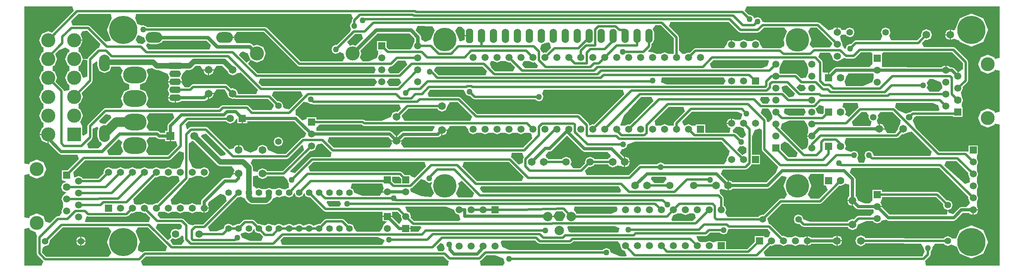
<source format=gbl>
%FSLAX24Y24*%
%MOIN*%
G70*
G01*
G75*
G04 Layer_Physical_Order=2*
G04 Layer_Color=16711680*
%ADD10C,0.0787*%
%ADD11C,0.0197*%
%ADD12C,0.0276*%
%ADD13C,0.0394*%
%ADD14C,0.0472*%
%ADD15C,0.0315*%
%ADD16C,0.0551*%
%ADD17C,0.2362*%
%ADD18C,0.0650*%
%ADD19C,0.0591*%
%ADD20R,0.0591X0.0591*%
%ADD21R,0.0591X0.0591*%
%ADD22C,0.1161*%
%ADD23C,0.0630*%
%ADD24C,0.0591*%
%ADD25R,0.0591X0.0591*%
%ADD26R,0.0630X0.0630*%
%ADD27C,0.0630*%
%ADD28C,0.1181*%
%ADD29R,0.1181X0.1181*%
%ADD30C,0.0669*%
%ADD31R,0.0669X0.0669*%
%ADD32O,0.0984X0.0551*%
%ADD33R,0.0984X0.0551*%
%ADD34O,0.1400X0.0900*%
%ADD35O,0.0900X0.1400*%
%ADD36O,0.1969X0.1378*%
%ADD37C,0.1969*%
%ADD38O,0.0600X0.1200*%
G04:AMPARAMS|DCode=39|XSize=120mil|YSize=60mil|CornerRadius=0mil|HoleSize=0mil|Usage=FLASHONLY|Rotation=90.000|XOffset=0mil|YOffset=0mil|HoleType=Round|Shape=Octagon|*
%AMOCTAGOND39*
4,1,8,0.0150,0.0600,-0.0150,0.0600,-0.0300,0.0450,-0.0300,-0.0450,-0.0150,-0.0600,0.0150,-0.0600,0.0300,-0.0450,0.0300,0.0450,0.0150,0.0600,0.0*
%
%ADD39OCTAGOND39*%

%ADD40C,0.0787*%
%ADD41C,0.0600*%
%ADD42R,0.0591X0.0591*%
%ADD43C,0.0620*%
%ADD44C,0.0500*%
G36*
X23246Y10049D02*
X23361Y9672D01*
X21580Y7892D01*
X20268D01*
X20234Y7975D01*
D01*
X20234D01*
X20234D01*
X20234Y7975D01*
X20234D01*
X20223Y8002D01*
D01*
D01*
D01*
X19898Y8137D01*
D01*
D01*
D01*
D01*
D01*
X19573Y8002D01*
X19561Y7975D01*
X19561Y7975D01*
X19497Y7820D01*
X19111Y7897D01*
Y8185D01*
X19004Y8442D01*
X18911Y8536D01*
X19062Y8900D01*
X21920D01*
X22071Y8963D01*
X23172Y10064D01*
X23246Y10049D01*
D02*
G37*
G36*
X78889Y7731D02*
X78871Y7687D01*
X78871D01*
X78871Y7687D01*
X78853Y7644D01*
Y7644D01*
X78853Y7644D01*
X78978Y7341D01*
X78980Y7341D01*
Y6968D01*
X78796Y6886D01*
X78586Y6839D01*
X76875Y8372D01*
X77016Y8740D01*
X77881D01*
X78889Y7731D01*
D02*
G37*
G36*
X14129Y10388D02*
X16110Y8407D01*
X16367Y8300D01*
X17342D01*
X17560Y7973D01*
X17459Y7727D01*
X17898D01*
Y7627D01*
X17435D01*
X17231Y7322D01*
X16759D01*
X16577Y7246D01*
X14842Y5511D01*
X14766Y5329D01*
Y5120D01*
X14721Y5102D01*
X14720Y5100D01*
X14327D01*
X14326Y5102D01*
X14024Y5227D01*
X14024Y5227D01*
X13721Y5102D01*
X13720Y5100D01*
X13327D01*
X13326Y5102D01*
X13024Y5227D01*
X13024Y5227D01*
X12721Y5102D01*
X12720Y5100D01*
X12342D01*
X12264Y5274D01*
X12213Y5496D01*
X13681Y7153D01*
D01*
X13681Y7153D01*
X13681D01*
X13744Y7304D01*
D01*
X14024Y7371D01*
Y7371D01*
X14326Y7497D01*
X14327Y7498D01*
X14720D01*
X14721Y7497D01*
X15024Y7371D01*
X15326Y7497D01*
X15451Y7799D01*
X15326Y8102D01*
X15024Y8227D01*
X14721Y8102D01*
X14720Y8100D01*
X14327D01*
X14326Y8102D01*
X14326Y8102D01*
X14024Y8227D01*
X13744Y8903D01*
Y10193D01*
X14071Y10412D01*
X14129Y10388D01*
D02*
G37*
G36*
X13314Y9423D02*
Y8928D01*
X13024Y8227D01*
X12721Y8102D01*
X12721Y8102D01*
X12720Y8100D01*
X12327D01*
X12326Y8102D01*
X12024Y8227D01*
X11721Y8102D01*
X11720Y8100D01*
X11327D01*
X11326Y8102D01*
X11024Y8227D01*
X11024Y8227D01*
X11024Y8227D01*
X11024Y8227D01*
X11024Y8227D01*
X10721Y8102D01*
X10720Y8100D01*
X10327D01*
X10326Y8102D01*
X10024Y8227D01*
X10024Y8227D01*
X9721Y8102D01*
X9720Y8100D01*
X9327D01*
X9326Y8102D01*
X9024Y8227D01*
X9024Y8227D01*
X8721Y8102D01*
X8720Y8100D01*
X8327D01*
X8326Y8102D01*
X8024Y8227D01*
X8024Y8227D01*
X7721Y8102D01*
X7720Y8100D01*
X7327D01*
X7326Y8102D01*
X7024Y8227D01*
X6721Y8102D01*
X6596Y7799D01*
X6632Y7711D01*
X6191Y7271D01*
X4857D01*
X4820Y7358D01*
X4518Y7484D01*
X4240Y7369D01*
X4135Y7439D01*
X4097Y7831D01*
X5055Y8790D01*
X12078D01*
X12230Y8853D01*
X12950Y9573D01*
X13314Y9423D01*
D02*
G37*
G36*
X63851Y10205D02*
X64639Y9417D01*
X64489Y9053D01*
X63868D01*
X63195Y9727D01*
Y10123D01*
X63522Y10342D01*
X63851Y10205D01*
D02*
G37*
G36*
X46623Y9582D02*
X46805Y9506D01*
X48738D01*
X48988Y9202D01*
X48955Y9037D01*
X48833Y8987D01*
X48787Y8876D01*
X47630D01*
X47589Y8975D01*
X47276Y9105D01*
X46962Y8975D01*
X46832Y8661D01*
X46873Y8562D01*
X46448Y8138D01*
X45857D01*
X45638Y8465D01*
X45719Y8661D01*
X45589Y8975D01*
X45276Y9105D01*
X44962Y8975D01*
X44921Y8876D01*
X43763D01*
X43717Y8987D01*
X43595Y9037D01*
X43557Y9224D01*
X43807Y9529D01*
X43899D01*
X44081Y9604D01*
X45341Y10864D01*
X46623Y9582D01*
D02*
G37*
G36*
X41743Y9056D02*
X41716Y9029D01*
X41653Y8877D01*
Y8591D01*
X41289Y8441D01*
X40720Y9010D01*
X40663Y9033D01*
X40740Y9420D01*
X41592D01*
X41743Y9056D01*
D02*
G37*
G36*
X31483Y7249D02*
Y6869D01*
X30920D01*
X30723Y7066D01*
Y7440D01*
X31292D01*
X31483Y7249D01*
D02*
G37*
G36*
X19561Y7379D02*
X19561Y7379D01*
X19573Y7352D01*
X19898Y7217D01*
D01*
D01*
D01*
D01*
D01*
D01*
X20223Y7352D01*
D01*
D01*
D01*
X20234Y7379D01*
D01*
Y7379D01*
D01*
D01*
X20234D01*
X20234Y7379D01*
X20234D01*
D01*
D01*
X20234D01*
D01*
D01*
X20268Y7462D01*
X21669D01*
X21698Y7474D01*
X21977Y7196D01*
X21963Y7164D01*
X22074Y6897D01*
X22096Y6887D01*
X22096Y6494D01*
X21827Y6382D01*
X21827Y6382D01*
X21827Y6382D01*
X21827D01*
X21821Y6371D01*
X21560Y6382D01*
Y6382D01*
X21326Y6479D01*
X21326Y6479D01*
X21273Y6501D01*
X20985Y6382D01*
D01*
X20718Y6382D01*
X20718Y6382D01*
X20431Y6501D01*
X20431Y6501D01*
X20197Y6404D01*
D01*
D01*
X20197D01*
Y6404D01*
Y6404D01*
X19822D01*
X19589Y6501D01*
X19535Y6479D01*
X19535D01*
X19438Y6439D01*
X19111Y6658D01*
Y7457D01*
X19497Y7534D01*
X19561Y7379D01*
D02*
G37*
G36*
X61613Y11319D02*
Y9724D01*
X61676Y9573D01*
X63005Y8244D01*
X62801Y7751D01*
X62000Y6950D01*
X59160D01*
X59144Y6991D01*
D01*
X59144D01*
X59144D01*
X59144Y6991D01*
X59144D01*
X59132Y7018D01*
D01*
D01*
D01*
X58857Y7132D01*
Y6693D01*
Y6254D01*
X59132Y6368D01*
D01*
D01*
D01*
X59144Y6395D01*
D01*
Y6395D01*
D01*
D01*
X59144D01*
X59144Y6395D01*
X59144D01*
D01*
D01*
X59144D01*
D01*
D01*
X59160Y6436D01*
X62106D01*
X62288Y6511D01*
X63253Y7476D01*
X63645Y7437D01*
X63711Y7338D01*
X63428Y6656D01*
X63735Y5917D01*
X63516Y5589D01*
X63205D01*
X63053Y5526D01*
X61762Y4235D01*
X61689Y4265D01*
X61402Y4146D01*
X61371Y4073D01*
X58765D01*
X58546Y4400D01*
X58628Y4600D01*
X58628D01*
Y4600D01*
Y4600D01*
X58628D01*
D01*
D01*
Y4600D01*
X58646Y4643D01*
D01*
D01*
D01*
X58521Y4945D01*
D01*
D01*
D01*
X58478Y4963D01*
D01*
X58478Y4963D01*
D01*
D01*
D01*
D01*
Y4963D01*
D01*
D01*
X58433Y4982D01*
Y5634D01*
X58370Y5786D01*
X58132Y6025D01*
X58107Y6327D01*
X58132Y6368D01*
D01*
X58132Y6368D01*
X58153Y6399D01*
D01*
X58132Y6368D01*
X58132Y6368D01*
X58198Y6395D01*
X58482Y6368D01*
D01*
X58509Y6356D01*
Y6356D01*
X58509Y6356D01*
X58757Y6254D01*
Y6693D01*
Y7132D01*
X58739Y7125D01*
X58208Y7656D01*
X58359Y8020D01*
X60268D01*
X60420Y8083D01*
X60740Y8403D01*
X60761Y8453D01*
X61479D01*
Y9244D01*
X60802D01*
Y10774D01*
X61036Y11339D01*
X61413Y11453D01*
X61613Y11319D01*
D02*
G37*
G36*
X53646Y7212D02*
X53396Y6908D01*
X52625D01*
X52375Y7212D01*
X52416Y7417D01*
X53605D01*
X53646Y7212D01*
D02*
G37*
G36*
X11721Y7497D02*
X12024Y7371D01*
X12326Y7497D01*
X12327Y7498D01*
X12720D01*
X12721Y7497D01*
X12886Y7428D01*
X12963Y7042D01*
X11111Y5191D01*
X11024Y5227D01*
X11024Y5227D01*
X10721Y5102D01*
X10720Y5100D01*
X10327D01*
X10326Y5102D01*
X10024Y5227D01*
X10024Y5227D01*
X9721Y5102D01*
X9720Y5100D01*
X9327D01*
X9326Y5102D01*
X9161Y5170D01*
X9084Y5556D01*
X10936Y7408D01*
X11024Y7371D01*
X11024Y7371D01*
X11326Y7497D01*
X11327Y7498D01*
X11720D01*
X11721Y7497D01*
D02*
G37*
G36*
X33576Y8280D02*
X32637Y7340D01*
X32273Y7491D01*
Y7552D01*
X31787D01*
X31533Y7806D01*
X31381Y7869D01*
X23865D01*
X23715Y8233D01*
X24125Y8643D01*
X33426D01*
X33576Y8280D01*
D02*
G37*
G36*
X41713Y7409D02*
X41562Y7045D01*
X37825D01*
X36591Y8280D01*
X36742Y8643D01*
X40479D01*
X41713Y7409D01*
D02*
G37*
G36*
X16836Y9392D02*
X16772Y9237D01*
X16386Y9160D01*
X14760Y10786D01*
X14824Y10941D01*
X15211Y11018D01*
X16836Y9392D01*
D02*
G37*
G36*
X75835Y9533D02*
X75685Y9169D01*
X70977D01*
X70947Y9214D01*
X70947Y9214D01*
X70947D01*
X70864Y9415D01*
D01*
X70836Y9482D01*
X70568Y9593D01*
X70500Y9565D01*
X70500D01*
X70368Y9510D01*
D01*
X70300Y9482D01*
X70189Y9214D01*
X70217Y9147D01*
Y9147D01*
X70300Y8947D01*
X70157Y8601D01*
X69729D01*
X69586Y8947D01*
X69668Y9147D01*
Y9147D01*
X69697Y9214D01*
X69586Y9482D01*
X69518Y9510D01*
D01*
X69318Y9593D01*
X69050Y9482D01*
X68635Y9654D01*
X68566Y9757D01*
X68638Y9930D01*
X68638Y9931D01*
X68638Y9931D01*
X68652Y9963D01*
X68520Y10281D01*
X68670Y10642D01*
X72880D01*
X73032Y10704D01*
X73331Y11003D01*
X73441Y10958D01*
X73739Y11081D01*
X73739Y11081D01*
Y11081D01*
X73766Y11092D01*
X73780Y11126D01*
X74166Y11202D01*
X75835Y9533D01*
D02*
G37*
G36*
X6098Y17016D02*
Y16679D01*
X6272Y16258D01*
X6693Y16084D01*
X7114Y16258D01*
X7264Y16620D01*
X8006D01*
X8224Y16293D01*
X8068Y15917D01*
X8319Y15313D01*
X8762Y15130D01*
Y14736D01*
X8319Y14552D01*
X8068Y13948D01*
X8266Y13472D01*
X8047Y13145D01*
X6773D01*
X6621Y13082D01*
X5336Y11796D01*
X5273Y11644D01*
Y11071D01*
X4946Y10852D01*
X4841Y10896D01*
Y11647D01*
X4826D01*
X4679Y12003D01*
X4898Y12531D01*
X4679Y13060D01*
X4529Y13122D01*
Y13515D01*
X4679Y13577D01*
X4898Y14106D01*
X4768Y14420D01*
X5640Y15291D01*
X5702Y15443D01*
Y16825D01*
X6030Y17044D01*
X6098Y17016D01*
D02*
G37*
G36*
X59782Y11580D02*
X60084Y11455D01*
X60302Y10928D01*
X60024Y10650D01*
X59900Y10701D01*
X59846Y10679D01*
X59487Y11039D01*
X59335Y11102D01*
X59241D01*
X59207Y11277D01*
X59456Y11581D01*
X59781D01*
X59782Y11580D01*
D02*
G37*
G36*
X12531Y12351D02*
X12023Y11843D01*
X11947Y11661D01*
Y11261D01*
X11770D01*
Y11084D01*
X11362D01*
X11270Y11176D01*
X11088Y11252D01*
X10420D01*
X10201Y11579D01*
X10367Y11980D01*
X10198Y12388D01*
X10417Y12715D01*
X12381D01*
X12531Y12351D01*
D02*
G37*
G36*
X55210Y12906D02*
X54341Y12037D01*
X54279Y11885D01*
Y11720D01*
X54234Y11701D01*
X54234Y11701D01*
Y11701D01*
X54191Y11683D01*
X54190Y11682D01*
X53796D01*
X53796Y11683D01*
X53493Y11809D01*
X53191Y11683D01*
X53190Y11682D01*
X52796D01*
X52796Y11683D01*
X52737Y11707D01*
X52661Y12094D01*
X53837Y13269D01*
X55060D01*
X55210Y12906D01*
D02*
G37*
G36*
X70579Y12509D02*
X70534Y12402D01*
X70653Y12114D01*
X70782Y12061D01*
X70705Y11675D01*
X69276D01*
X69125Y12038D01*
X69923Y12836D01*
X70360D01*
X70579Y12509D01*
D02*
G37*
G36*
X28234Y11733D02*
X28385Y11670D01*
X34222D01*
X34283Y11579D01*
X34097Y11232D01*
X31659D01*
X31477Y11156D01*
X31170Y10849D01*
X31152Y10856D01*
Y10467D01*
X31541D01*
X31534Y10485D01*
X31766Y10717D01*
X34543D01*
X34725Y10792D01*
X34826Y10893D01*
X34843Y10885D01*
Y11324D01*
X34893D01*
Y11374D01*
X35367D01*
X35564Y11670D01*
X36872D01*
X37065Y11381D01*
X37065Y11381D01*
X37065D01*
X37173Y11121D01*
Y11121D01*
X37191Y11078D01*
X37493Y10953D01*
D01*
D01*
D01*
X37497Y10954D01*
X37796Y11078D01*
X37796Y11080D01*
X38190D01*
X38191Y11078D01*
X38493Y10953D01*
X38493Y10953D01*
X38796Y11078D01*
X38796Y11080D01*
X39190D01*
X39191Y11078D01*
X39493Y10953D01*
X39493Y10953D01*
X39796Y11078D01*
X39796Y11080D01*
X40190D01*
X40191Y11078D01*
X40493Y10953D01*
X40493Y10953D01*
X40796Y11078D01*
X40796Y11080D01*
X41190D01*
X41191Y11078D01*
X41493Y10953D01*
X41796Y11078D01*
X41796Y11080D01*
X42190D01*
X42191Y11078D01*
X42356Y11010D01*
X42433Y10623D01*
X41659Y9849D01*
X31681D01*
X31462Y10177D01*
X31541Y10367D01*
X30663D01*
X30742Y10177D01*
X30524Y9849D01*
X25847D01*
X25325Y10371D01*
X25476Y10735D01*
X30421D01*
X30671Y10485D01*
X30663Y10467D01*
X31052D01*
Y10856D01*
X31035Y10849D01*
X30710Y11174D01*
X30528Y11250D01*
X24380D01*
Y11499D01*
X24658Y11777D01*
X28189D01*
X28234Y11733D01*
D02*
G37*
G36*
X65372Y11818D02*
X65372Y11818D01*
X65372D01*
X65497Y11516D01*
X65499Y11515D01*
Y11121D01*
X65497Y11121D01*
X65392Y10868D01*
X65800D01*
Y10768D01*
X65392D01*
X65497Y10516D01*
X65497Y10516D01*
D01*
Y10516D01*
X65497D01*
X65497Y10516D01*
D01*
X65499Y10513D01*
Y10121D01*
X65497Y10121D01*
X65390Y9861D01*
X65390D01*
X65390Y9861D01*
X65372Y9818D01*
X65000Y9664D01*
X63208Y11456D01*
X63285Y11842D01*
X63931Y12110D01*
X65177D01*
X65372Y11818D01*
D02*
G37*
G36*
X25606Y9483D02*
X25662Y9459D01*
X25585Y9073D01*
X24036D01*
X23884Y9010D01*
X22615Y7741D01*
X22229Y7817D01*
X22195Y7899D01*
X23897Y9601D01*
X23984Y9564D01*
X24287Y9690D01*
X24412Y9992D01*
X24412Y9992D01*
X24412Y9992D01*
X24514Y10144D01*
X24906Y10183D01*
X25606Y9483D01*
D02*
G37*
G36*
X8198Y10325D02*
X8068Y10011D01*
X8261Y9547D01*
X8042Y9219D01*
X7061D01*
X6910Y9583D01*
X7871Y10544D01*
X8198Y10325D01*
D02*
G37*
G36*
X6197Y11504D02*
X6098Y11264D01*
Y10764D01*
X6272Y10343D01*
X6418Y10282D01*
X6457Y10089D01*
X6207Y9785D01*
X5366D01*
X5216Y10149D01*
X5640Y10573D01*
X5702Y10724D01*
Y11417D01*
X6050Y11603D01*
X6197Y11504D01*
D02*
G37*
G36*
X12255Y10392D02*
X12639D01*
D01*
X12639D01*
X12653Y10379D01*
X12798Y10028D01*
X11989Y9219D01*
X10393D01*
X10174Y9547D01*
X10367Y10011D01*
X10202Y10410D01*
X10421Y10737D01*
X10981D01*
X11073Y10645D01*
X11255Y10569D01*
X11770D01*
Y10392D01*
X12155D01*
Y10827D01*
X12255D01*
Y10392D01*
D02*
G37*
G36*
X60315Y9824D02*
X60315Y9431D01*
X60084Y9277D01*
X60084Y9277D01*
Y9277D01*
X59996Y9240D01*
X59577Y9659D01*
X59796Y9987D01*
X59900Y9944D01*
X60046Y10004D01*
X60315Y9824D01*
D02*
G37*
G36*
X58930Y9555D02*
X58835Y9173D01*
X58825Y9169D01*
Y9169D01*
X58782Y9151D01*
X58656Y8849D01*
X58674Y8805D01*
D01*
X58686Y8777D01*
X58468Y8449D01*
X53468D01*
X53446Y8502D01*
X53178Y8613D01*
X52910Y8502D01*
X52888Y8449D01*
X51478D01*
X51326Y8386D01*
X50487Y7547D01*
X46980D01*
X46829Y7911D01*
X47177Y8259D01*
X47276Y8218D01*
X47589Y8348D01*
X47630Y8447D01*
X48787D01*
X48833Y8336D01*
X49158Y8202D01*
X49158Y8202D01*
X49483Y8336D01*
X49483Y8336D01*
X49483Y8336D01*
X49549Y8364D01*
X49833Y8336D01*
D01*
X49860Y8325D01*
Y8325D01*
X49860Y8325D01*
X50108Y8222D01*
Y8661D01*
Y9100D01*
X50090Y9093D01*
X49759Y9425D01*
X49977Y9752D01*
X50018Y9736D01*
X50286Y9847D01*
D01*
D01*
Y9847D01*
D01*
X50397Y10114D01*
X51027Y10375D01*
X58254D01*
X58930Y9555D01*
D02*
G37*
G36*
X62315Y2769D02*
X62214Y2411D01*
X62158Y2387D01*
X62158Y2387D01*
Y2387D01*
X62115Y2369D01*
X62115Y2369D01*
X61876Y2131D01*
X62115Y2369D01*
X62115D01*
X62115Y2369D01*
X62115Y2369D01*
X61813D01*
Y2462D01*
X61022D01*
Y1975D01*
X60411Y1364D01*
X58614D01*
Y2038D01*
X57837D01*
D01*
X57823Y2038D01*
X57544Y1922D01*
X57521Y1945D01*
X57521Y1945D01*
X57218Y2071D01*
X56916Y1945D01*
X56915Y1944D01*
X56522D01*
X56521Y1945D01*
X56327Y2026D01*
X56177Y2389D01*
X56210Y2470D01*
X56928D01*
X57080Y2533D01*
X57297Y2750D01*
X58128D01*
X58150Y2697D01*
X58418Y2586D01*
X58686Y2697D01*
X58797Y2964D01*
X58794Y2971D01*
X58866Y3044D01*
X62090D01*
X62315Y2769D01*
D02*
G37*
G36*
X13299Y2426D02*
Y2195D01*
X13352Y2067D01*
X13133Y1739D01*
X12390D01*
X12204Y2086D01*
X12352Y2307D01*
X12638Y2189D01*
X12955Y2320D01*
X12955D01*
Y2320D01*
Y2320D01*
X12955Y2320D01*
Y2320D01*
X13189Y2536D01*
X13299Y2426D01*
D02*
G37*
G36*
X30018Y2175D02*
X30089Y2042D01*
X29887Y1739D01*
X21531D01*
X21380Y2103D01*
X21667Y2390D01*
X29501D01*
X30018Y2175D01*
D02*
G37*
G36*
X49721Y3137D02*
X49644Y2751D01*
X45661D01*
X45484Y2824D01*
X45370Y3201D01*
X45436Y3300D01*
X49328D01*
X49721Y3137D01*
D02*
G37*
G36*
X13161Y3322D02*
X13113Y3082D01*
X12890Y2983D01*
X12670Y3073D01*
D01*
X12638Y3087D01*
X12320Y2955D01*
X12307Y2923D01*
Y2923D01*
X12189Y2638D01*
X12307Y2352D01*
X11980Y2133D01*
X10977Y3136D01*
X11128Y3500D01*
X13036D01*
X13161Y3322D01*
D02*
G37*
G36*
X32481Y3290D02*
X32481Y3290D01*
D01*
X32481D01*
X32481D01*
X32481Y3290D01*
X33092D01*
X33151Y3147D01*
X32932Y2819D01*
X32273D01*
Y3057D01*
X31878D01*
Y3157D01*
X32273D01*
Y3330D01*
X32481Y3290D01*
D02*
G37*
G36*
X19301Y2807D02*
X19589Y2688D01*
X19662Y2718D01*
X19957Y2423D01*
X19800Y2042D01*
X18868D01*
X18187Y2324D01*
Y2324D01*
X18187Y2324D01*
X18076Y2592D01*
X18101Y2654D01*
X18465Y2805D01*
X18747Y2688D01*
X19035Y2807D01*
X19035Y2807D01*
X19035Y2807D01*
X19035D01*
X19182Y3095D01*
D01*
D01*
X19301Y2807D01*
D02*
G37*
G36*
X40016Y587D02*
X40131Y210D01*
X39990Y-0D01*
X38141D01*
X38064Y386D01*
X38167Y429D01*
X38608Y870D01*
X39334D01*
X40016Y587D01*
D02*
G37*
G36*
X35370Y429D02*
X35473Y386D01*
X35397Y-0D01*
X9890D01*
X9737Y370D01*
X10137Y770D01*
X35029D01*
X35370Y429D01*
D02*
G37*
G36*
X452Y2990D02*
X915Y2798D01*
X1066Y2434D01*
X1033Y2354D01*
Y1016D01*
X1096Y864D01*
X1590Y370D01*
X1437Y-0D01*
X0D01*
X0Y0D01*
D01*
D01*
Y0D01*
X0D01*
D01*
Y3071D01*
X386Y3148D01*
X452Y2990D01*
D02*
G37*
G36*
X11942Y1563D02*
X11792Y1199D01*
X10048D01*
X9896Y1136D01*
X9860Y1100D01*
X9496Y1251D01*
Y1586D01*
X9654Y1969D01*
X9284Y2862D01*
X9503Y3190D01*
X10316D01*
X11942Y1563D01*
D02*
G37*
G36*
X42898Y1886D02*
X43049Y1823D01*
X45591D01*
X45743Y1886D01*
X45882Y2024D01*
X49594D01*
X49813Y1697D01*
X49809Y1686D01*
D01*
X49791Y1643D01*
X49916Y1340D01*
D01*
D01*
D01*
D01*
D01*
X50178Y1232D01*
X50329Y868D01*
X50284Y759D01*
X49792D01*
X49007Y1084D01*
Y1084D01*
X49007Y1084D01*
X48924Y1285D01*
D01*
X48896Y1352D01*
X48628Y1463D01*
X48560Y1435D01*
X48560D01*
X48360Y1352D01*
X48338Y1299D01*
X40539D01*
X39913Y1559D01*
X39798Y1935D01*
X39908Y2100D01*
X42683D01*
X42898Y1886D01*
D02*
G37*
G36*
X7251Y2862D02*
X6881Y1969D01*
X7256Y1064D01*
X7037Y736D01*
X1831D01*
X1479Y1088D01*
X1518Y1480D01*
X1728Y1621D01*
X1728Y1621D01*
Y1621D01*
X2016Y1740D01*
X2135Y2028D01*
X2105Y2100D01*
X3194Y3190D01*
X7033D01*
X7251Y2862D01*
D02*
G37*
G36*
X35007Y1787D02*
X35121Y1410D01*
X34980Y1199D01*
X34591D01*
X34440Y1563D01*
X34764Y1887D01*
X35007Y1787D01*
D02*
G37*
G36*
X35894Y4660D02*
X36019Y4357D01*
D01*
Y4357D01*
D01*
D01*
X36321Y4232D01*
X36435Y3856D01*
X36344Y3719D01*
X32570D01*
X32270Y4019D01*
X32306Y4107D01*
X32181Y4410D01*
X31980Y4493D01*
X31829Y4856D01*
X31864Y4940D01*
X35219D01*
X35894Y4660D01*
D02*
G37*
G36*
X37590Y6053D02*
X37440Y5689D01*
X36267D01*
X36048Y6017D01*
X36317Y6666D01*
X36236Y6861D01*
X36564Y7079D01*
X37590Y6053D01*
D02*
G37*
G36*
X78889Y5731D02*
X78871Y5687D01*
X78871D01*
X78871Y5687D01*
X78853Y5644D01*
Y5644D01*
X78853Y5644D01*
X78978Y5341D01*
X78980Y5341D01*
Y5179D01*
X78701Y4901D01*
X78297D01*
X78115Y4826D01*
X77593Y4304D01*
X77216Y4418D01*
X77172Y4640D01*
X77453Y4756D01*
X77572Y5043D01*
X77453Y5331D01*
X77165Y5450D01*
X77093Y5420D01*
X76424Y6089D01*
X76272Y6152D01*
X71655D01*
Y6332D01*
X70865D01*
Y5555D01*
X70865Y5555D01*
X70865D01*
X70865Y5542D01*
Y5542D01*
Y5473D01*
X70586Y5194D01*
X70219D01*
X69653Y5429D01*
X69518Y5754D01*
X69491Y5766D01*
Y5766D01*
X69491Y5766D01*
X69450Y5782D01*
Y7215D01*
X69375Y7397D01*
X68964Y7807D01*
X69115Y8171D01*
X76450D01*
X78889Y5731D01*
D02*
G37*
G36*
X66788Y7511D02*
X66788D01*
Y6682D01*
X66970D01*
X67120Y6318D01*
X66392Y5589D01*
X65688D01*
X65469Y5917D01*
X65776Y6656D01*
X65493Y7338D01*
X65712Y7666D01*
X66788D01*
Y7511D01*
D02*
G37*
G36*
X33502Y7135D02*
X33551Y7016D01*
X33819Y6905D01*
X33819Y6905D01*
X33819D01*
X33819D01*
Y6905D01*
X33819Y6905D01*
X34110Y7006D01*
Y7006D01*
X33970Y6666D01*
X34223Y6055D01*
X33993Y5735D01*
X33195Y5789D01*
X32306Y6157D01*
X32214Y6379D01*
X32255Y6440D01*
X32407Y6503D01*
X33116Y7211D01*
X33502Y7135D01*
D02*
G37*
G36*
X49865Y6289D02*
X49782Y6088D01*
X38285D01*
X38066Y6415D01*
X38149Y6616D01*
X49646D01*
X49865Y6289D01*
D02*
G37*
G36*
X23511Y5807D02*
X23798Y5688D01*
X23871Y5718D01*
X25025Y4564D01*
X25177Y4501D01*
X29933D01*
Y4157D01*
X30723D01*
Y4501D01*
X31180D01*
X31487Y4195D01*
X31450Y4107D01*
X31565Y3830D01*
X31346Y3502D01*
X31297D01*
X30742Y4057D01*
X29933D01*
Y3712D01*
X29933D01*
X30328Y3683D01*
X30026Y3410D01*
D01*
X30026D01*
D01*
D01*
D01*
X29900Y3107D01*
D01*
D01*
D01*
X29900D01*
Y3107D01*
X29708Y2819D01*
X27756D01*
X27572Y3095D01*
X27572Y3095D01*
X27572D01*
X27453Y3382D01*
X27165Y3501D01*
X27093Y3471D01*
X26731Y3833D01*
X26579Y3896D01*
X25226D01*
X25074Y3833D01*
X24713Y3471D01*
X24640Y3501D01*
X24352Y3382D01*
X24352Y3382D01*
Y3382D01*
X24116Y3309D01*
X24108Y3328D01*
D01*
D01*
Y3328D01*
X24108D01*
X24108D01*
X24086Y3382D01*
X23798Y3501D01*
X23798Y3501D01*
X23798Y3501D01*
X23798Y3501D01*
X23798Y3501D01*
X23511Y3382D01*
D01*
X23266Y3328D01*
X23244Y3382D01*
X22956Y3501D01*
X22956Y3501D01*
X22956Y3501D01*
X22956Y3501D01*
X22956Y3501D01*
X22669Y3382D01*
D01*
X22424Y3328D01*
X22402Y3382D01*
X22114Y3501D01*
X22114Y3501D01*
X22114Y3501D01*
X22114Y3501D01*
X22114Y3501D01*
X21827Y3382D01*
D01*
X21582Y3328D01*
X21560Y3382D01*
D01*
D01*
Y3382D01*
X21273Y3501D01*
D01*
D01*
D01*
X21219Y3479D01*
X21219D01*
D01*
D01*
X21219D01*
D01*
D01*
X21219Y3479D01*
D01*
D01*
X20985Y3382D01*
X20985Y3382D01*
X20985Y3382D01*
X20985D01*
X20980Y3371D01*
X20718Y3382D01*
D01*
X20431Y3501D01*
X20377Y3479D01*
X20377D01*
X20197Y3404D01*
X20197Y3404D01*
X20197Y3404D01*
X20143Y3382D01*
X20143Y3382D01*
X20138Y3371D01*
D01*
X20143Y3382D01*
X20143Y3382D01*
X20119Y3372D01*
X19876Y3382D01*
Y3382D01*
X19589Y3501D01*
X19516Y3471D01*
X19221Y3766D01*
X19069Y3829D01*
X18425D01*
X18273Y3766D01*
X17978Y3471D01*
X17905Y3501D01*
X17618Y3382D01*
X17618Y3382D01*
Y3382D01*
X17381Y3309D01*
X17373Y3328D01*
D01*
D01*
Y3328D01*
X17373D01*
X17373D01*
X17351Y3382D01*
D01*
D01*
Y3382D01*
X17063Y3501D01*
D01*
D01*
D01*
X17009Y3479D01*
X17009D01*
D01*
D01*
X17009D01*
D01*
D01*
X17009Y3479D01*
D01*
D01*
X16776Y3382D01*
X16657Y3095D01*
X16657Y3095D01*
X16657D01*
X16072Y2853D01*
X15481D01*
X15331Y3216D01*
X17833Y5718D01*
X17905Y5688D01*
X18069Y5756D01*
X18433Y5605D01*
X18490Y5467D01*
X18740Y5217D01*
X18740Y5217D01*
X18997Y5110D01*
X20206D01*
X20463Y5217D01*
X20688Y5442D01*
X20754Y5602D01*
X21118Y5752D01*
X21273Y5688D01*
X21560Y5807D01*
Y5807D01*
X21821Y5818D01*
X21827Y5807D01*
X21827D01*
X21827Y5807D01*
X21827Y5807D01*
X22114Y5688D01*
X22402Y5807D01*
X22402Y5807D01*
X22402Y5807D01*
X22402D01*
X22550Y6095D01*
D01*
D01*
X22646Y5861D01*
X22646D01*
X22669Y5807D01*
X22956Y5688D01*
X23010Y5710D01*
X23010Y5710D01*
X23244Y5807D01*
X23244Y5807D01*
X23244Y5807D01*
X23244D01*
X23391Y6095D01*
D01*
D01*
X23511Y5807D01*
D02*
G37*
G36*
X29933Y6781D02*
Y6762D01*
X29933D01*
X29940Y6761D01*
X30038Y6469D01*
X30026Y6460D01*
D01*
X30026D01*
D01*
D01*
D01*
X29921Y6207D01*
X30328D01*
Y6107D01*
X29867D01*
X29682Y5829D01*
X28213D01*
X27572Y6095D01*
X27453Y6382D01*
X27453Y6382D01*
X27399Y6404D01*
Y6404D01*
X27399Y6404D01*
X27274Y6456D01*
X27351Y6842D01*
X29912D01*
X29933Y6781D01*
D02*
G37*
G36*
X49550Y4677D02*
X49504Y4524D01*
X49017Y4322D01*
X46164D01*
X46099Y4402D01*
X46064Y4485D01*
X46013Y4507D01*
X45914Y4627D01*
X45977Y4940D01*
X49498D01*
X49550Y4677D01*
D02*
G37*
G36*
X55916Y4340D02*
X55959Y4322D01*
X55959Y4322D01*
Y4322D01*
X56024Y4295D01*
X56108Y4008D01*
X55879Y3729D01*
X54123D01*
X54072Y3853D01*
X54222Y4217D01*
X54521Y4340D01*
X54522Y4342D01*
X54915D01*
X54916Y4340D01*
X54959Y4322D01*
X54959Y4322D01*
Y4322D01*
X55219Y4215D01*
X55219Y4215D01*
X55521Y4340D01*
X55522Y4342D01*
X55915D01*
X55916Y4340D01*
D02*
G37*
G36*
X45220Y4271D02*
X45152Y4107D01*
X45169Y4067D01*
X44950Y3739D01*
X44454D01*
X44241Y4057D01*
X43718D01*
Y4157D01*
X44232D01*
X44220Y4185D01*
X44435Y4515D01*
X44963Y4528D01*
X45220Y4271D01*
D02*
G37*
G36*
X9721Y4497D02*
X10024Y4371D01*
X10024Y4371D01*
D01*
X10111Y4408D01*
X10536Y3983D01*
X10386Y3619D01*
X5119D01*
X5066Y3699D01*
X5180Y4076D01*
X5271Y4113D01*
X5328Y4090D01*
X8529D01*
X8681Y4153D01*
X8936Y4408D01*
X9024Y4371D01*
X9326Y4497D01*
X9327Y4498D01*
X9720D01*
X9721Y4497D01*
D02*
G37*
G36*
X76789Y5116D02*
X76759Y5043D01*
X76878Y4756D01*
X77159Y4640D01*
X77082Y4253D01*
X72307D01*
X71674Y4887D01*
X71260D01*
Y4987D01*
X71667D01*
X71562Y5240D01*
X71562Y5240D01*
X71535Y5251D01*
X71655Y5542D01*
Y5542D01*
Y5555D01*
Y5555D01*
D01*
X71655Y5722D01*
X76183D01*
X76789Y5116D01*
D02*
G37*
G36*
X26463Y5166D02*
X26337Y4931D01*
X25471D01*
X25253Y5258D01*
X25311Y5400D01*
X26338D01*
X26463Y5166D01*
D02*
G37*
G36*
X16741Y5890D02*
X16776Y5807D01*
X16829Y5785D01*
X16906Y5399D01*
X14946Y3439D01*
X14248D01*
X14096Y3376D01*
X14088Y3368D01*
X14066D01*
X13698Y3442D01*
X13666Y3520D01*
X13320Y3866D01*
X13168Y3929D01*
X11372D01*
X11141Y4211D01*
X11211Y4449D01*
X11326Y4497D01*
X11327Y4498D01*
X11720D01*
X11721Y4497D01*
X12024Y4371D01*
X12326Y4497D01*
X12327Y4498D01*
X12720D01*
X12721Y4497D01*
X13024Y4371D01*
X13024Y4371D01*
X13326Y4497D01*
X13327Y4498D01*
X13720D01*
X13721Y4497D01*
X14024Y4371D01*
X14024Y4371D01*
X14326Y4497D01*
X14327Y4498D01*
X14720D01*
X14721Y4497D01*
X14974Y4392D01*
Y4799D01*
X15024D01*
Y4849D01*
X15431D01*
X15326Y5102D01*
Y5102D01*
Y5102D01*
X15416Y5319D01*
X16363Y5998D01*
X16741Y5890D01*
D02*
G37*
G36*
X31995Y16776D02*
X31289Y16069D01*
X30529D01*
X30376Y16355D01*
X30529Y16640D01*
X30618D01*
X30770Y16703D01*
X31207Y17140D01*
X31845D01*
X31995Y16776D01*
D02*
G37*
G36*
X38666Y16272D02*
X38516Y15908D01*
X34592D01*
X34225Y16276D01*
X34294Y16443D01*
X34425Y16640D01*
X38299D01*
X38666Y16272D01*
D02*
G37*
G36*
X59691Y19533D02*
X59843Y19470D01*
X61275D01*
X61427Y19533D01*
X61787Y19893D01*
X63502D01*
X63720Y19566D01*
X63428Y18861D01*
X63507Y18672D01*
Y18372D01*
X63179Y18154D01*
X63142Y18169D01*
X61700D01*
X61512Y18451D01*
X61512Y18451D01*
X61512D01*
X61405Y18710D01*
Y18710D01*
X61387Y18753D01*
X61084Y18879D01*
X61041Y18861D01*
X61041D01*
X60782Y18753D01*
X60781Y18752D01*
X60387D01*
X60387Y18753D01*
X60084Y18879D01*
X59782Y18753D01*
X59781Y18752D01*
X59387D01*
X59387Y18753D01*
X59134Y18858D01*
Y18451D01*
X59034D01*
Y18858D01*
X58782Y18753D01*
X58656Y18451D01*
X58656Y18451D01*
X58656Y18451D01*
X58468Y18169D01*
X56067D01*
X55915Y18106D01*
X55581Y17772D01*
X55537Y17791D01*
Y17791D01*
X55537Y17791D01*
X55493Y17809D01*
X55493Y17809D01*
X55191Y17683D01*
X55190Y17682D01*
X54986D01*
X54708Y17960D01*
Y19070D01*
X54645Y19222D01*
X53857Y20009D01*
X54008Y20373D01*
X58851D01*
X59691Y19533D01*
D02*
G37*
G36*
X78437Y16919D02*
Y16417D01*
X78109Y16198D01*
X78046Y16224D01*
Y15817D01*
X77946D01*
Y16231D01*
X77678Y16499D01*
X77496Y16574D01*
X77317D01*
X77299Y16619D01*
X77046Y16724D01*
Y16317D01*
X76946D01*
Y16724D01*
X76694Y16619D01*
X76675Y16574D01*
X75810D01*
X71655Y16580D01*
Y16928D01*
Y16928D01*
X71655Y16941D01*
X71655Y16941D01*
X71655D01*
Y17538D01*
X71655Y17538D01*
X71655Y17538D01*
X71655Y17718D01*
X71754Y17817D01*
X77539D01*
X78437Y16919D01*
D02*
G37*
G36*
X42191Y17078D02*
X42493Y16953D01*
Y16953D01*
X42493Y16953D01*
Y16953D01*
X42604Y16999D01*
X42645Y17016D01*
X42924Y16737D01*
X42829Y16508D01*
X41841D01*
X41610Y16790D01*
X41681Y17030D01*
X41796Y17078D01*
X41796Y17080D01*
X42190D01*
X42191Y17078D01*
D02*
G37*
G36*
X16966Y16250D02*
X17050Y16045D01*
D01*
X17050D01*
X17050D01*
X17050Y16045D01*
X17050D01*
D01*
Y16045D01*
D01*
X17061Y16018D01*
D01*
D01*
D01*
X17387Y15884D01*
D01*
D01*
D01*
X17414Y15895D01*
X17414D01*
D01*
D01*
X17414D01*
D01*
D01*
X17684Y16007D01*
Y16007D01*
X17684Y16007D01*
Y16007D01*
X17712Y16018D01*
X17722Y16043D01*
X18108Y16120D01*
X19526Y14703D01*
X19375Y14339D01*
X17867D01*
X17846Y14370D01*
X17846Y14370D01*
Y14370D01*
D01*
D01*
X17723Y14668D01*
X17723D01*
X17723D01*
X17723Y14668D01*
X17723D01*
X17712Y14695D01*
D01*
D01*
D01*
X17387Y14830D01*
D01*
D01*
D01*
X17359Y14819D01*
Y14819D01*
X17359Y14819D01*
Y14819D01*
D01*
D01*
D01*
D01*
D01*
Y14819D01*
X17276Y14784D01*
X16974Y15086D01*
X16822Y15149D01*
X14108D01*
X13956Y15086D01*
X13769Y14900D01*
X13388D01*
X13169Y15227D01*
X13201Y15304D01*
X11996D01*
X12094Y15067D01*
Y15067D01*
D01*
D01*
Y15067D01*
D01*
Y14973D01*
X12094D01*
X12094D01*
D01*
D01*
D01*
X11975Y14685D01*
X12094Y14398D01*
Y14398D01*
D01*
D01*
Y14398D01*
D01*
Y14303D01*
X12094D01*
X12094D01*
D01*
D01*
D01*
X11996Y14066D01*
X12598D01*
Y14016D01*
X12648D01*
Y13609D01*
X12815D01*
X13102Y13728D01*
X13115Y13758D01*
X15032D01*
X15214Y13834D01*
X15319Y13938D01*
X15337Y13931D01*
Y14370D01*
X15387D01*
Y14420D01*
X15856D01*
X16056Y14720D01*
X16717D01*
X16936Y14392D01*
X16927Y14370D01*
X17050Y14072D01*
D01*
X17050D01*
X17050D01*
X17050Y14072D01*
X17050D01*
D01*
Y14072D01*
D01*
X17061Y14045D01*
D01*
D01*
D01*
X17387Y13910D01*
D01*
D01*
D01*
X17414Y13922D01*
X17414D01*
D01*
Y13922D01*
X17414Y13922D01*
Y13922D01*
D01*
D01*
D01*
D01*
D01*
Y13922D01*
X17508Y13961D01*
X17633Y13909D01*
X20358D01*
X20844Y13423D01*
X20814Y13350D01*
X20832Y13308D01*
X20613Y12981D01*
X19095D01*
X18732Y13344D01*
X18580Y13407D01*
X16582D01*
X16430Y13344D01*
X16231Y13145D01*
X10388D01*
X10170Y13472D01*
X10367Y13948D01*
X10117Y14552D01*
X9674Y14736D01*
Y15130D01*
X10117Y15313D01*
X10367Y15917D01*
X10211Y16293D01*
X10328Y16468D01*
X10720Y16506D01*
X10790Y16436D01*
X11048Y16329D01*
X11238D01*
X11975Y16024D01*
D01*
D01*
X11975Y16024D01*
Y16024D01*
X11975Y16024D01*
X12094Y15736D01*
Y15736D01*
D01*
D01*
Y15736D01*
D01*
Y15642D01*
X12094D01*
X12094D01*
D01*
D01*
D01*
X11996Y15404D01*
X13201D01*
X13199Y15408D01*
Y15408D01*
X13199D01*
X13102Y15642D01*
Y15642D01*
D01*
D01*
Y15642D01*
D01*
Y15736D01*
X13102Y15736D01*
D01*
D01*
X13221Y16024D01*
D01*
D01*
X13221Y16024D01*
X13221D01*
Y16024D01*
D01*
X13221D01*
Y16024D01*
D01*
D01*
Y16038D01*
X13484Y16329D01*
X13808D01*
X14065Y16436D01*
X14310Y16680D01*
X14712D01*
X14904Y16393D01*
X15869D01*
X16061Y16680D01*
X16535D01*
X16966Y16250D01*
D02*
G37*
G36*
X39191Y17078D02*
X39493Y16953D01*
X39796Y17078D01*
X39796Y17080D01*
X40190D01*
X40191Y17078D01*
X40493Y16953D01*
X40493Y16953D01*
X40581Y16989D01*
X40995Y16575D01*
X40845Y16211D01*
X39335D01*
X39028Y16518D01*
X38888Y16856D01*
X38981Y17080D01*
X39190D01*
X39191Y17078D01*
D02*
G37*
G36*
X31492Y15276D02*
X31205Y14989D01*
X30505D01*
X30286Y15317D01*
X30302Y15354D01*
X30302Y15354D01*
X30302Y15354D01*
X30492Y15640D01*
X31341D01*
X31492Y15276D01*
D02*
G37*
G36*
X29446Y15354D02*
X29446Y15354D01*
X29446D01*
X29462Y15317D01*
X29243Y14989D01*
X19847D01*
X19560Y15276D01*
X19711Y15640D01*
X29256D01*
X29446Y15354D01*
D02*
G37*
G36*
X3772Y18009D02*
Y17846D01*
X3622Y17784D01*
X3403Y17256D01*
X3622Y16727D01*
X3772Y16665D01*
Y16271D01*
X3622Y16209D01*
X3403Y15681D01*
X3622Y15152D01*
X3772Y15090D01*
Y14696D01*
X3622Y14634D01*
X3622Y14634D01*
Y14634D01*
X3295Y14585D01*
X3233Y14737D01*
X2603Y15367D01*
X2732Y15681D01*
X2514Y16209D01*
X2364Y16271D01*
Y16665D01*
X2514Y16727D01*
X2732Y17256D01*
X2558Y17677D01*
X2871Y17991D01*
X3444Y18228D01*
X3772Y18009D01*
D02*
G37*
G36*
X70957Y16020D02*
X70959Y16020D01*
Y15626D01*
X70957Y15625D01*
X70850Y15366D01*
X70850D01*
X70850Y15366D01*
X70832Y15323D01*
X70058Y15002D01*
X68676D01*
X68520Y15379D01*
X68652Y15696D01*
X68635Y15738D01*
X68853Y16065D01*
X70939D01*
X70957Y16020D01*
D02*
G37*
G36*
X5273Y17152D02*
Y15784D01*
X4887Y15707D01*
X4679Y16209D01*
X4529Y16271D01*
Y16665D01*
X4679Y16727D01*
X4887Y17229D01*
X5273Y17152D01*
D02*
G37*
G36*
X65381Y16839D02*
X65372Y16818D01*
X65497Y16516D01*
X65499Y16515D01*
Y16121D01*
X65497Y16121D01*
X65372Y15818D01*
X65372Y15818D01*
X65372Y15818D01*
X65290Y15696D01*
X64898Y15657D01*
X64586Y15970D01*
X64434Y16033D01*
X63138D01*
X63102Y16121D01*
X63101Y16121D01*
Y16515D01*
X63102Y16516D01*
X63227Y16818D01*
X63227Y16818D01*
Y16818D01*
X63219Y16839D01*
X63437Y17167D01*
X65162D01*
X65381Y16839D01*
D02*
G37*
G36*
X58588Y15422D02*
X58431Y15129D01*
X53671D01*
X53203Y15323D01*
X53279Y15710D01*
X58434D01*
X58588Y15422D01*
D02*
G37*
G36*
X28307Y18993D02*
X27675Y18361D01*
X27425Y18464D01*
X27190Y18366D01*
X26971Y18694D01*
X27634Y19356D01*
X28157D01*
X28307Y18993D01*
D02*
G37*
G36*
X67518Y18595D02*
X67480Y18504D01*
X67480Y18504D01*
X67480Y18504D01*
X67290Y18219D01*
X65988D01*
X65886Y18177D01*
X65608Y18455D01*
X65776Y18861D01*
X65483Y19566D01*
X65702Y19893D01*
X66220D01*
X67518Y18595D01*
D02*
G37*
G36*
X32595Y18979D02*
Y18667D01*
X32571Y18657D01*
X32446Y18354D01*
X32446D01*
X32446Y18354D01*
X32256Y18069D01*
X30463D01*
X30269Y18263D01*
Y18750D01*
X29479D01*
Y17959D01*
X29479D01*
X29571Y17943D01*
Y17657D01*
X29814Y17899D01*
X29874Y17889D01*
X29571Y17657D01*
Y17657D01*
X29571Y17657D01*
X29571Y17657D01*
D01*
X29571Y17657D01*
X29571Y17657D01*
X29446Y17354D01*
X28758Y17069D01*
X28259D01*
X28040Y17397D01*
X28173Y17717D01*
X28069Y17966D01*
X29509Y19406D01*
X32168D01*
X32595Y18979D01*
D02*
G37*
G36*
X27449Y20666D02*
X27421Y20638D01*
X27358Y20486D01*
Y20310D01*
X27305Y20288D01*
X27243Y20137D01*
X27194Y20020D01*
D01*
D01*
Y20020D01*
D01*
X27219Y19960D01*
X27305Y19752D01*
X27223Y19553D01*
X26091Y18421D01*
X26038Y18443D01*
X25814Y18351D01*
X25770Y18332D01*
X25770Y18332D01*
X25770Y18332D01*
X25687Y18132D01*
Y18132D01*
X25659Y18064D01*
X25770Y17797D01*
X25838Y17768D01*
D01*
X26038Y17686D01*
X26306Y17797D01*
Y17797D01*
X26332Y17860D01*
X26662Y17723D01*
X26777Y17346D01*
X26592Y17069D01*
X23067D01*
X20260Y19876D01*
X20108Y19939D01*
X10218D01*
X10196Y19992D01*
X9995Y20075D01*
Y20075D01*
X9995Y20075D01*
X9928Y20103D01*
X9804Y20052D01*
X9440Y20203D01*
X9248Y20666D01*
Y20666D01*
Y20666D01*
X9321Y21030D01*
X27298D01*
X27449Y20666D01*
D02*
G37*
G36*
X43875Y18590D02*
Y18590D01*
X43875Y18590D01*
X43918Y18572D01*
X43994Y18186D01*
X43581Y17772D01*
X43493Y17809D01*
X43390Y17766D01*
X43212Y17884D01*
X43150Y18036D01*
X43108Y18078D01*
X43185Y18464D01*
X43487Y18590D01*
Y18590D01*
X43829Y18643D01*
X43875Y18590D01*
D02*
G37*
G36*
X9981Y19075D02*
D01*
X10113Y18757D01*
X9885Y18529D01*
X9493Y18568D01*
X9307Y18847D01*
X9468Y19235D01*
X9532Y19261D01*
X9981Y19075D01*
D02*
G37*
G36*
X15605Y18413D02*
X15454Y18049D01*
X10349D01*
X10163Y18396D01*
X10296Y18596D01*
X10577Y18479D01*
X11077D01*
X11498Y18654D01*
X11557Y18796D01*
X15222D01*
X15605Y18413D01*
D02*
G37*
G36*
X18678Y17717D02*
X18896Y17190D01*
X18568Y16972D01*
X17933Y17607D01*
X18062Y17801D01*
X18268Y17886D01*
X18678Y17717D01*
D02*
G37*
G36*
X22826Y16703D02*
X22978Y16640D01*
X29219D01*
X29372Y16355D01*
X29219Y16069D01*
X19471D01*
X18680Y16860D01*
X18899Y17187D01*
X19425Y16969D01*
X19954Y17188D01*
X20173Y17717D01*
X19954Y18245D01*
X19425Y18464D01*
X19175Y18361D01*
X19032Y18504D01*
X18835Y18586D01*
X17739D01*
X17521Y18913D01*
X17567Y19025D01*
X16742D01*
Y19125D01*
X17567D01*
X17543Y19182D01*
X17762Y19510D01*
X20019D01*
X22826Y16703D01*
D02*
G37*
G36*
X62217Y17084D02*
X62103Y16707D01*
X61623Y16508D01*
X57417D01*
X57266Y16872D01*
X57561Y17167D01*
X62162D01*
X62217Y17084D01*
D02*
G37*
G36*
X6369Y18520D02*
X6228Y18179D01*
X6076Y18116D01*
X5336Y17376D01*
X5289Y17262D01*
X4895D01*
X4679Y17784D01*
X4529Y17846D01*
Y18240D01*
X4679Y18302D01*
X4877Y18780D01*
X4150D01*
Y18880D01*
X4877D01*
X4699Y19310D01*
X4879Y19579D01*
X5271Y19618D01*
X6369Y18520D01*
D02*
G37*
G36*
X54279Y18981D02*
Y17720D01*
X54234Y17701D01*
X54234Y17701D01*
Y17701D01*
X54191Y17683D01*
X54190Y17682D01*
X53796D01*
X53796Y17683D01*
X53493Y17809D01*
X53191Y17683D01*
X53190Y17682D01*
X52796D01*
X52796Y17683D01*
X52493Y17809D01*
X52493Y17809D01*
X52493D01*
X52493D01*
Y17809D01*
X52493Y17809D01*
X52119Y17843D01*
Y17949D01*
X52333Y18163D01*
X52395Y18314D01*
Y18552D01*
X52487Y18590D01*
X52614Y18896D01*
Y19496D01*
X52509Y19749D01*
X52728Y20076D01*
X53183D01*
X54279Y18981D01*
D02*
G37*
G36*
X34081Y20000D02*
X34297Y19671D01*
X33970Y18881D01*
X33480Y18678D01*
X33153Y18897D01*
Y19094D01*
X33071Y19292D01*
X32706Y19657D01*
X32859Y20019D01*
X34081Y20000D01*
D02*
G37*
G36*
X70865Y17718D02*
X70865Y17538D01*
X70865Y17538D01*
X70865Y17538D01*
Y16941D01*
X70865Y16941D01*
X70865D01*
X70865Y16928D01*
Y16928D01*
Y16859D01*
X70586Y16580D01*
X67829D01*
X67647Y16505D01*
X67254Y16111D01*
X67253D01*
Y15696D01*
X67153D01*
Y16111D01*
X66788D01*
D01*
X66788D01*
X66711Y16188D01*
Y16966D01*
X66648Y17118D01*
X66340Y17426D01*
X66491Y17790D01*
X67290D01*
X67480Y17504D01*
X67480Y17504D01*
X67480D01*
X67607Y17198D01*
X67913Y17071D01*
X68220Y17198D01*
X68220Y17198D01*
Y17198D01*
X68498Y17368D01*
D01*
X68498D01*
Y17368D01*
X68650Y17305D01*
X69298D01*
X69449Y17368D01*
X69898Y17817D01*
X70766D01*
X70865Y17718D01*
D02*
G37*
G36*
X65297Y12832D02*
X65141Y12539D01*
X63901D01*
X63514Y12699D01*
X63476Y12825D01*
X63533Y13110D01*
X65149D01*
X65297Y12832D01*
D02*
G37*
G36*
X69708Y13213D02*
X69683Y13203D01*
X68900Y12421D01*
X68573Y12640D01*
X68652Y12830D01*
X68520Y13147D01*
X68361Y13213D01*
X68438Y13600D01*
X69631D01*
X69708Y13213D01*
D02*
G37*
G36*
X59949Y12704D02*
Y12704D01*
X59949Y12704D01*
X60002Y12577D01*
X59851Y12214D01*
X59782Y12185D01*
X59781Y12183D01*
X59387D01*
X59387Y12185D01*
X59134Y12290D01*
Y11882D01*
X59084D01*
Y11832D01*
X58677D01*
X58782Y11580D01*
X58825Y11562D01*
X58825D01*
X59004Y11488D01*
X58927Y11102D01*
X56889D01*
Y11776D01*
X56098D01*
Y11683D01*
X55796D01*
X55796Y11683D01*
X55796Y11683D01*
X55796D01*
X56045Y11537D01*
X55796Y11683D01*
X55796Y11683D01*
X55753Y11701D01*
X55753Y11701D01*
Y11701D01*
X55493Y11809D01*
X55191Y11683D01*
D01*
X55132Y11707D01*
X55041Y11845D01*
X54957Y12045D01*
X55778Y12866D01*
X59559D01*
X59949Y12704D01*
D02*
G37*
G36*
X37425Y12463D02*
X37275Y12099D01*
X31775D01*
X31562Y12417D01*
X31562Y12417D01*
X31562D01*
X31516Y12528D01*
X32098Y13110D01*
X34522D01*
X34557Y13027D01*
D01*
X34557D01*
X34557D01*
X34557Y13027D01*
X34557D01*
D01*
Y13027D01*
D01*
X34568Y12999D01*
D01*
D01*
D01*
X34893Y12865D01*
D01*
D01*
D01*
D01*
D01*
X35218Y12999D01*
X35230Y13027D01*
X35230Y13027D01*
X35342Y13297D01*
X35342Y13297D01*
X35342Y13297D01*
X35353Y13324D01*
X35346Y13342D01*
X35564Y13670D01*
X36219D01*
X37425Y12463D01*
D02*
G37*
G36*
X23344Y13677D02*
X23650Y13617D01*
Y13617D01*
X23918Y13506D01*
X23971Y13528D01*
X23972Y13526D01*
X24124Y13463D01*
X31330D01*
X31473Y13117D01*
X31195Y12839D01*
X31130Y12866D01*
Y12866D01*
D01*
D01*
X31130Y12866D01*
D01*
X31102Y12877D01*
X30777Y12742D01*
X30777Y12742D01*
X30777Y12742D01*
X30777D01*
X30777D01*
X30643Y12417D01*
X29875Y12099D01*
X28474D01*
X28430Y12144D01*
X28278Y12207D01*
X24380D01*
Y12387D01*
X23589D01*
Y12266D01*
X23225Y12115D01*
X22855Y12485D01*
X22685Y12555D01*
X22673Y12617D01*
X22673Y13006D01*
X23344Y13677D01*
D01*
D02*
G37*
G36*
X76348Y13408D02*
X76462Y13032D01*
X76382Y12912D01*
X74236D01*
X74084Y12849D01*
X74014Y12778D01*
X73995Y12786D01*
Y12786D01*
X73995D01*
X73941Y12808D01*
X73941Y12808D01*
X73653Y12689D01*
X73028Y12948D01*
X72773Y13203D01*
X72748Y13213D01*
X72824Y13600D01*
X75886D01*
X76348Y13408D01*
D02*
G37*
G36*
X62372Y12818D02*
X62372Y12818D01*
X62372D01*
X62497Y12516D01*
X62499Y12515D01*
Y12252D01*
X62194Y12002D01*
X62042Y12032D01*
Y12134D01*
X61980Y12286D01*
X61520Y12746D01*
X61671Y13110D01*
X62177D01*
X62372Y12818D01*
D02*
G37*
G36*
X52551Y13742D02*
X50581Y11772D01*
X50537Y11791D01*
Y11791D01*
X50537Y11791D01*
X50493Y11809D01*
X50493Y11809D01*
X50191Y11683D01*
X50190Y11682D01*
X49821D01*
X49781Y11771D01*
X50091Y12518D01*
X51522Y14106D01*
X52401D01*
X52551Y13742D01*
D02*
G37*
G36*
X73226Y12142D02*
X73149Y11756D01*
X73116Y11742D01*
Y11742D01*
X72981Y11417D01*
X72989Y11398D01*
X72770Y11071D01*
X72112D01*
X71914Y11367D01*
X71441D01*
Y11417D01*
X71391D01*
Y11856D01*
X71343Y11837D01*
X71228Y12114D01*
X71347Y12402D01*
X71303Y12509D01*
X71522Y12836D01*
X72532D01*
X73226Y12142D01*
D02*
G37*
G36*
X4141Y21290D02*
X2299Y19448D01*
X1985Y19578D01*
X1457Y19359D01*
X1238Y18830D01*
X1457Y18302D01*
X1606Y18240D01*
Y17846D01*
X1457Y17784D01*
X1238Y17256D01*
X1457Y16727D01*
X1606Y16665D01*
Y16271D01*
X1457Y16209D01*
X1238Y15681D01*
X1457Y15152D01*
X1606Y15090D01*
Y14696D01*
X1457Y14634D01*
X1238Y14106D01*
X1457Y13577D01*
X1606Y13515D01*
Y13122D01*
X1457Y13060D01*
X1238Y12531D01*
X1457Y12003D01*
X1606Y11941D01*
Y11547D01*
X1457Y11485D01*
X1258Y11006D01*
X1985D01*
Y10956D01*
X2035D01*
Y10206D01*
X2896Y9346D01*
X3078Y9270D01*
X4414D01*
X4565Y8906D01*
X3609Y7951D01*
X3122D01*
Y7161D01*
X3122D01*
X3511Y7004D01*
X3511Y7002D01*
X3511D01*
X3200Y6874D01*
Y6874D01*
X3200Y6874D01*
Y6873D01*
D01*
D01*
X3200D01*
X3069Y6556D01*
X3200Y6238D01*
X3485Y6120D01*
Y6120D01*
X3200Y6238D01*
X3485Y6120D01*
X3485Y6120D01*
D01*
X3490Y6084D01*
X3215Y5858D01*
X3215D01*
X3215Y5858D01*
X3090Y5556D01*
Y5556D01*
X3090Y5556D01*
X3215Y5253D01*
X3217Y5253D01*
Y4859D01*
X3215Y4858D01*
X3090Y4556D01*
X3090D01*
X3139Y4437D01*
X2921Y4109D01*
X2788D01*
X2636Y4046D01*
X2165Y3575D01*
X1779Y3652D01*
X1584Y4122D01*
X1018Y4357D01*
X452Y4122D01*
X386Y3964D01*
X0Y4041D01*
Y7571D01*
X386Y7648D01*
X452Y7490D01*
X1018Y7255D01*
X1584Y7490D01*
X1818Y8056D01*
X1584Y8622D01*
X1018Y8857D01*
X452Y8622D01*
X386Y8464D01*
X0Y8541D01*
Y21654D01*
D01*
X0D01*
Y21654D01*
D01*
D01*
X0Y21654D01*
X0D01*
X3990D01*
X4141Y21290D01*
D02*
G37*
G36*
X81496Y17345D02*
X81110Y17268D01*
X81062Y17383D01*
X80496Y17618D01*
X79930Y17383D01*
X79695Y16817D01*
X79930Y16251D01*
X80496Y16016D01*
X81062Y16251D01*
X81110Y16366D01*
X81496Y16289D01*
Y12845D01*
X81110Y12768D01*
X81062Y12883D01*
X80496Y13118D01*
X79930Y12883D01*
X79695Y12317D01*
X79930Y11751D01*
X80496Y11516D01*
X81062Y11751D01*
X81110Y11866D01*
X81496Y11789D01*
Y-0D01*
X75334D01*
X75258Y386D01*
X75273Y393D01*
X75654Y773D01*
X75717Y925D01*
Y1167D01*
X75770Y1189D01*
X75770Y1189D01*
X75850Y1382D01*
X75881Y1457D01*
D01*
D01*
Y1457D01*
Y1457D01*
X75881D01*
X75862Y1501D01*
X76081Y1829D01*
X76848D01*
X76856Y1810D01*
D01*
D01*
Y1810D01*
X76856D01*
X76856D01*
Y1810D01*
D01*
D01*
X76878Y1756D01*
D01*
D01*
Y1756D01*
X77165Y1637D01*
D01*
D01*
D01*
X77219Y1659D01*
D01*
D01*
X77219D01*
D01*
D01*
X77219D01*
D01*
D01*
X77219Y1659D01*
D01*
D01*
X77453Y1756D01*
X77915Y1565D01*
X78153Y988D01*
X79134Y582D01*
X80114Y988D01*
X80521Y1969D01*
X80114Y2949D01*
X79134Y3355D01*
X78153Y2949D01*
X77872Y2270D01*
X77478D01*
X77453Y2331D01*
X77219Y2428D01*
D01*
X77219Y2428D01*
X77219D01*
D01*
X77219D01*
X77165Y2450D01*
D01*
D01*
D01*
X76878Y2331D01*
Y2331D01*
D01*
D01*
X76856Y2277D01*
D01*
X76856D01*
X76856D01*
Y2277D01*
D01*
D01*
D01*
D01*
D01*
X76848Y2258D01*
X73575D01*
X73518Y2282D01*
X70268D01*
X70223Y2392D01*
X69898Y2527D01*
X69573Y2392D01*
X69438Y2067D01*
X69573Y1742D01*
X69898Y1607D01*
X70223Y1742D01*
X70268Y1852D01*
X73484D01*
X73541Y1829D01*
X74923D01*
X75142Y1501D01*
X75123Y1457D01*
X75123Y1457D01*
Y1457D01*
D01*
X75234Y1189D01*
X75073Y800D01*
X75032Y759D01*
X61928D01*
X61777Y1123D01*
X62330Y1675D01*
X62374Y1657D01*
Y1657D01*
X62374Y1657D01*
X62417Y1639D01*
X62417Y1639D01*
X62720Y1764D01*
X62720Y1766D01*
X63114D01*
X63115Y1764D01*
X63158Y1746D01*
X63158Y1746D01*
Y1746D01*
X63417Y1639D01*
X63720Y1764D01*
X63720Y1766D01*
X64114D01*
X64115Y1764D01*
X64417Y1639D01*
X64720Y1764D01*
X64720Y1766D01*
X65114D01*
X65115Y1764D01*
X65367Y1660D01*
Y2067D01*
Y2474D01*
X65115Y2369D01*
X65114Y2368D01*
X64720D01*
X64720Y2369D01*
X64417Y2495D01*
X64115Y2369D01*
X64114Y2368D01*
X63720D01*
X63720Y2369D01*
X63417Y2495D01*
X63417Y2495D01*
X63374Y2477D01*
X63374Y2477D01*
Y2477D01*
X63330Y2458D01*
X62378Y3410D01*
X62236Y3469D01*
X62085Y3833D01*
X62096Y3858D01*
X62065Y3931D01*
X63294Y5160D01*
X66481D01*
X66633Y5223D01*
X68100Y6690D01*
X68170Y6661D01*
Y6661D01*
D01*
D01*
X68170Y6661D01*
D01*
D01*
D01*
X68170D01*
X68203Y6647D01*
D01*
D01*
D01*
X68520Y6779D01*
D01*
D01*
D01*
X68534Y6811D01*
D01*
D01*
D01*
D01*
X68534Y6812D01*
D01*
D01*
D01*
D01*
X68534D01*
D01*
Y6812D01*
X68549Y6849D01*
X68936Y6772D01*
Y5782D01*
X68868Y5754D01*
X68754Y5479D01*
X69193D01*
Y5429D01*
X69243D01*
Y4990D01*
X69261Y4997D01*
X69503Y4755D01*
X69685Y4680D01*
X70939D01*
X70957Y4634D01*
X70959Y4634D01*
Y4430D01*
X70680Y4152D01*
X69701D01*
X69549Y4089D01*
X69303Y3843D01*
X69193Y3889D01*
X68868Y3754D01*
X68822Y3644D01*
X65613D01*
X65096Y3858D01*
Y3858D01*
X65096Y3858D01*
X64999Y4092D01*
X64999D01*
X64976Y4146D01*
X64689Y4265D01*
X64635Y4242D01*
X64635Y4242D01*
X64402Y4146D01*
X64282Y3858D01*
X64402Y3571D01*
X64689Y3452D01*
X64762Y3482D01*
X64966Y3277D01*
X65118Y3214D01*
X68822D01*
X68868Y3104D01*
X69193Y2969D01*
X69518Y3104D01*
X69653Y3429D01*
X70360Y3722D01*
X70921D01*
X70957Y3634D01*
X71217Y3527D01*
X71217D01*
X71260Y3509D01*
X71562Y3634D01*
X71580Y3678D01*
Y3678D01*
X71613Y3757D01*
X71999Y3834D01*
X72019Y3814D01*
X72201Y3739D01*
X77649D01*
X77831Y3814D01*
X78404Y4386D01*
X78959D01*
X78978Y4341D01*
X79231Y4237D01*
Y4644D01*
X79281D01*
Y4694D01*
X79688D01*
X79583Y4946D01*
X79582Y4947D01*
Y5341D01*
X79583Y5341D01*
X79709Y5644D01*
X79709Y5644D01*
Y5644D01*
X79601Y5903D01*
X79601Y5903D01*
X79601D01*
X79583Y5946D01*
X79582Y5947D01*
Y6341D01*
X79583Y6341D01*
X79709Y6644D01*
X79709Y6644D01*
X79583Y6946D01*
X79582Y6947D01*
Y7341D01*
X79583Y7341D01*
X79709Y7644D01*
X79601Y7903D01*
X79601Y7903D01*
X79601D01*
X79583Y7946D01*
X79582Y7947D01*
Y8341D01*
X79583Y8341D01*
X79709Y8644D01*
X79709Y8644D01*
Y8644D01*
X79601Y8903D01*
X79601Y8903D01*
X79601D01*
X79583Y8946D01*
X79583Y8946D01*
X79322Y9208D01*
X79583Y8946D01*
Y9248D01*
X79676D01*
Y10039D01*
X78885D01*
Y9513D01*
X78613Y9526D01*
X78613D01*
D01*
X78613D01*
X78613D01*
X78613Y9526D01*
X76450D01*
X74488Y11488D01*
X74228Y12114D01*
D01*
X74347Y12402D01*
X74542Y12482D01*
X77601D01*
Y12422D01*
X78391D01*
Y13212D01*
X78391D01*
X78315Y13243D01*
X78314Y13499D01*
X78314D01*
X78314Y13499D01*
D01*
D01*
D01*
X78432Y13784D01*
D01*
X78445Y13817D01*
X78314Y14135D01*
Y14135D01*
X78268Y14441D01*
X78299Y14514D01*
Y14514D01*
X78299Y14514D01*
X78424Y14817D01*
X78424Y14817D01*
Y14817D01*
X78406Y14860D01*
X78406Y14860D01*
X78406D01*
X78388Y14905D01*
X78803Y15321D01*
X78866Y15472D01*
Y17008D01*
X78803Y17160D01*
X77780Y18183D01*
X77628Y18246D01*
X75151D01*
X75008Y18591D01*
X75287Y18869D01*
X75351Y18843D01*
Y18843D01*
D01*
D01*
X75351Y18843D01*
D01*
D01*
D01*
X75351D01*
X75378Y18832D01*
D01*
D01*
D01*
X75703Y18966D01*
D01*
D01*
D01*
X75714Y18994D01*
D01*
Y18994D01*
D01*
D01*
X75714D01*
X75714Y18994D01*
X75714D01*
D01*
D01*
X75714D01*
D01*
D01*
X75826Y19264D01*
D01*
X75838Y19291D01*
X75703Y19616D01*
X75676Y19628D01*
Y19628D01*
X75378Y19751D01*
X75053Y19616D01*
X74918Y19291D01*
X74964Y19181D01*
X74600Y18817D01*
X72419D01*
X72260Y19201D01*
X72357Y19434D01*
X72357Y19434D01*
X72379Y19488D01*
X72260Y19776D01*
X72206Y19798D01*
Y19798D01*
X71972Y19895D01*
X71685Y19776D01*
X71566Y19488D01*
X71685Y19201D01*
X71526Y18817D01*
X69476D01*
X69324Y18754D01*
X69061Y18491D01*
X69008Y18513D01*
X68740Y18402D01*
X68629Y18134D01*
X68629Y18134D01*
X68629D01*
X68542Y18141D01*
X68334Y18475D01*
X68346Y18504D01*
X68220Y18810D01*
Y18810D01*
X68166Y19152D01*
X68220Y19198D01*
X68220D01*
X68220Y19198D01*
X68256Y19286D01*
X68650Y19286D01*
X68663Y19255D01*
X68663D01*
X68685Y19201D01*
X68972Y19082D01*
X69026Y19104D01*
X69026Y19104D01*
X69260Y19201D01*
X69379Y19488D01*
X69260Y19776D01*
X69026Y19872D01*
X69026Y19872D01*
X68972Y19895D01*
X68685Y19776D01*
X68663Y19722D01*
X68663D01*
X68656Y19706D01*
X68263Y19706D01*
X68236Y19769D01*
X68236D01*
X68220Y19810D01*
X67963Y19916D01*
Y19504D01*
X67863D01*
Y19916D01*
X67607Y19810D01*
X67583Y19750D01*
X67201Y19655D01*
X66461Y20260D01*
D01*
X66461Y20260D01*
Y20260D01*
X66309Y20323D01*
X61827D01*
X61655Y20394D01*
Y20394D01*
X61655Y20394D01*
X61544Y20662D01*
X61276Y20773D01*
X61008Y20662D01*
X60856Y20862D01*
Y20862D01*
X60588Y20973D01*
X60535Y20951D01*
X60196Y21290D01*
X60347Y21654D01*
X81496D01*
Y17345D01*
D02*
G37*
G36*
X18259Y11888D02*
X18624D01*
Y12046D01*
X22567D01*
X23548Y11064D01*
X23456Y10841D01*
X23362Y10701D01*
X23291D01*
X23139Y10638D01*
X21831Y9329D01*
X21122D01*
X20357Y9646D01*
X20223Y9971D01*
X20223Y9971D01*
X20195Y9982D01*
Y9982D01*
X20195Y9982D01*
X19898Y10105D01*
X19600Y9982D01*
X19600Y9982D01*
Y9982D01*
X19573Y9971D01*
X19573Y9971D01*
X19438Y9646D01*
X18898Y9422D01*
X18357Y9646D01*
X18223Y9971D01*
X18223Y9971D01*
X18195Y9982D01*
Y9982D01*
X18195Y9982D01*
X17948Y10085D01*
Y9646D01*
X17848D01*
Y10085D01*
X17600Y9982D01*
X17600Y9982D01*
Y9982D01*
X17573Y9971D01*
X17501Y9798D01*
X17115Y9721D01*
X15320Y11516D01*
X15168Y11579D01*
X13919D01*
X13767Y11516D01*
X13646Y11396D01*
X13547Y11437D01*
X13470Y11823D01*
X13690Y12043D01*
X16867D01*
X16891Y11986D01*
X17209Y11854D01*
X17526Y11986D01*
X17526D01*
Y11986D01*
Y11986D01*
X17526Y11986D01*
Y11986D01*
X17777Y12283D01*
X17794Y12266D01*
Y11888D01*
X18159D01*
Y12303D01*
X18259D01*
Y11888D01*
D02*
G37*
G36*
X7183Y12573D02*
X7275Y12351D01*
X6764Y11841D01*
X6728Y11844D01*
X6693Y11859D01*
X6671Y11850D01*
X6373Y11879D01*
X6234Y12087D01*
X6797Y12650D01*
X7183Y12573D01*
D02*
G37*
G36*
X7287Y20666D02*
Y20666D01*
D01*
X6881Y19685D01*
X7228Y18847D01*
X7169Y18757D01*
X6777Y18719D01*
X5492Y20004D01*
X5340Y20067D01*
X4040D01*
X3889Y20431D01*
X4488Y21030D01*
X7215D01*
X7287Y20666D01*
D02*
G37*
G36*
X64389Y14397D02*
X64277Y14127D01*
X63891Y14050D01*
X63469Y14473D01*
X63386Y14507D01*
X63271Y14884D01*
X63351Y15004D01*
X63743Y15042D01*
X64389Y14397D01*
D02*
G37*
G36*
X36515Y19962D02*
X36781Y19696D01*
D01*
Y19246D01*
X37181D01*
Y19146D01*
X36781D01*
Y18842D01*
X36404Y18727D01*
X36311Y18867D01*
X36317Y18881D01*
X36002Y19641D01*
X36223Y19966D01*
X36515Y19962D01*
D02*
G37*
G36*
X64938Y15100D02*
X65142D01*
X65296Y14813D01*
X65179Y14594D01*
X64833Y14560D01*
X64508Y14885D01*
X64786Y15163D01*
X64938Y15100D01*
D02*
G37*
G36*
X76568Y15317D02*
X76694Y15014D01*
X76694Y15014D01*
X76695Y15014D01*
Y14810D01*
X76417Y14532D01*
X75620D01*
X75401Y14859D01*
X75487Y15064D01*
X75400Y15272D01*
X75619Y15600D01*
X75886D01*
X76568Y15317D01*
D02*
G37*
G36*
X50145Y14336D02*
X47581Y11772D01*
X47493Y11809D01*
X47242Y11705D01*
X47212Y11724D01*
X47150Y11876D01*
X46430Y12596D01*
X46278Y12659D01*
X37837D01*
X36460Y14036D01*
X36308Y14099D01*
X33801D01*
X33688Y14372D01*
X33906Y14700D01*
X36698D01*
X36809Y14534D01*
X36809Y14534D01*
X36809D01*
X36920Y14267D01*
Y14267D01*
Y14267D01*
Y14267D01*
X36920Y14267D01*
X36920D01*
D01*
D01*
Y14267D01*
X37019Y14225D01*
X37188Y14156D01*
X37241Y14178D01*
X37476Y13943D01*
X37628Y13880D01*
X42708D01*
X42730Y13827D01*
X42998Y13716D01*
X43198Y13798D01*
D01*
X43266Y13827D01*
X43377Y14094D01*
X43348Y14162D01*
Y14162D01*
X43266Y14362D01*
X43405Y14700D01*
X49994D01*
X50145Y14336D01*
D02*
G37*
G36*
X62295Y13828D02*
X62141Y13539D01*
X61694D01*
X61475Y13867D01*
X61574Y14106D01*
X62147D01*
X62295Y13828D01*
D02*
G37*
G36*
X66788Y13276D02*
Y13245D01*
X66788D01*
Y12719D01*
X66711Y12642D01*
X66319Y12681D01*
X66227Y12818D01*
X66227Y12818D01*
X66227D01*
X66102Y13121D01*
D01*
X66114Y13150D01*
X66170Y13173D01*
X66424Y13427D01*
X66788Y13276D01*
D02*
G37*
G36*
X23255Y14196D02*
X22132Y13073D01*
X21741Y13111D01*
X21609Y13308D01*
X21627Y13350D01*
X21508Y13638D01*
X21220Y13757D01*
X21148Y13727D01*
X20679Y14196D01*
X20829Y14560D01*
X23105D01*
X23255Y14196D01*
D02*
G37*
%LPC*%
G36*
X5114Y1978D02*
X4778D01*
Y1642D01*
X5016Y1740D01*
X5114Y1978D01*
D02*
G37*
G36*
X4678Y2413D02*
X4441Y2315D01*
X4343Y2078D01*
X4678D01*
Y2413D01*
D02*
G37*
G36*
X4778D02*
Y2078D01*
X5114D01*
X5016Y2315D01*
X4778Y2413D01*
D02*
G37*
G36*
X67948Y2506D02*
Y2117D01*
X68337D01*
X68223Y2392D01*
D01*
D01*
X67948Y2506D01*
D02*
G37*
G36*
X77328Y19730D02*
X77053Y19616D01*
X76939Y19341D01*
X77328D01*
Y19730D01*
D02*
G37*
G36*
Y19241D02*
X76939D01*
X77042Y18994D01*
X77042D01*
X77053Y18966D01*
X77328Y18852D01*
Y19241D01*
D02*
G37*
G36*
X79134Y21072D02*
X78153Y20666D01*
X77747Y19685D01*
X77747Y19685D01*
X77747D01*
X77642Y19642D01*
X77428Y19730D01*
Y19291D01*
Y18852D01*
X77703Y18966D01*
X77703D01*
X77703D01*
X78116Y18795D01*
X78153Y18705D01*
X79134Y18298D01*
X80114Y18705D01*
X80521Y19685D01*
X80114Y20666D01*
X79134Y21072D01*
D02*
G37*
G36*
X4678Y1978D02*
X4343D01*
X4441Y1740D01*
X4678Y1642D01*
Y1978D01*
D02*
G37*
G36*
X68337Y2017D02*
X67948D01*
Y1628D01*
X68223Y1742D01*
X68234Y1769D01*
X68234Y1769D01*
X68337Y2017D01*
D02*
G37*
G36*
X67848Y2506D02*
X67573Y2392D01*
D01*
D01*
D01*
X67561Y2365D01*
D01*
D01*
X67561D01*
X67561Y2365D01*
X67561D01*
D01*
D01*
X67561D01*
D01*
D01*
X67544Y2324D01*
X65739D01*
X65720Y2369D01*
X65467Y2474D01*
Y2067D01*
Y1660D01*
X65720Y1764D01*
X65739Y1810D01*
X67544D01*
X67561Y1769D01*
D01*
X67561D01*
X67561D01*
X67561Y1769D01*
X67561D01*
D01*
Y1769D01*
D01*
X67573Y1742D01*
D01*
D01*
D01*
X67848Y1628D01*
Y2067D01*
Y2506D01*
D02*
G37*
G36*
X21220Y10757D02*
X20933Y10638D01*
X20814Y10350D01*
X20933Y10063D01*
X21220Y9944D01*
X21508Y10063D01*
X21627Y10350D01*
X21508Y10638D01*
X21220Y10757D01*
D02*
G37*
G36*
X12548Y13966D02*
X11996D01*
X12094Y13728D01*
X12382Y13609D01*
X12548D01*
Y13966D01*
D02*
G37*
G36*
X50208Y9100D02*
Y8711D01*
X50597D01*
X50495Y8959D01*
D01*
X50495D01*
X50495D01*
X50495Y8959D01*
X50495D01*
X50483Y8987D01*
D01*
D01*
D01*
X50208Y9100D01*
D02*
G37*
G36*
X1935Y10906D02*
X1258D01*
X1457Y10428D01*
X1935Y10230D01*
Y10906D01*
D02*
G37*
G36*
X71491Y11856D02*
Y11467D01*
X71880D01*
X71777Y11715D01*
X71777Y11715D01*
X71766Y11742D01*
X71491Y11856D01*
D02*
G37*
G36*
X59034Y12290D02*
X58782Y12185D01*
X58677Y11932D01*
X59034D01*
Y12290D01*
D02*
G37*
G36*
X35332Y11274D02*
X34943D01*
Y10885D01*
X35218Y10999D01*
X35332Y11274D01*
D02*
G37*
G36*
X79583Y8946D02*
Y8946D01*
X79583Y8946D01*
X79583Y8946D01*
D02*
G37*
G36*
X69143Y5379D02*
X68754D01*
X68856Y5131D01*
D01*
X68856D01*
X68856D01*
X68856Y5131D01*
X68856D01*
D01*
Y5131D01*
D01*
X68868Y5104D01*
D01*
D01*
D01*
X69143Y4990D01*
Y5379D01*
D02*
G37*
G36*
X15431Y4749D02*
X15074D01*
Y4392D01*
X15283Y4479D01*
X15283D01*
X15326Y4497D01*
X15431Y4749D01*
D02*
G37*
G36*
X79688Y4594D02*
X79331D01*
Y4237D01*
X79583Y4341D01*
X79688Y4594D01*
D02*
G37*
G36*
X15826Y16293D02*
X15437D01*
Y15904D01*
X15712Y16018D01*
D01*
X15712D01*
D01*
X15714Y16025D01*
X15826Y16293D01*
D02*
G37*
G36*
X15826Y14320D02*
X15437D01*
Y13931D01*
X15712Y14045D01*
Y14045D01*
X15826Y14320D01*
D02*
G37*
G36*
X50597Y8611D02*
X50208D01*
Y8222D01*
X50483Y8336D01*
X50495Y8364D01*
X50495D01*
X50597Y8611D01*
D02*
G37*
G36*
X15337Y16293D02*
X14948D01*
X15059Y16025D01*
X15061Y16018D01*
D01*
X15061D01*
D01*
X15337Y15904D01*
Y16293D01*
D02*
G37*
%LPD*%
D10*
X6693Y11014D02*
X7659Y11980D01*
X9218D01*
D11*
X52045Y6693D02*
X53937D01*
X55937D02*
X57807D01*
X47276Y8661D02*
X49158D01*
X43392D02*
X45276D01*
X22114Y3095D02*
X22956D01*
X23798D01*
X21273D02*
X22114D01*
X23798D02*
X24640D01*
X17063D02*
X17905D01*
X69898Y2067D02*
X73518D01*
X73541Y2043D01*
X77165D01*
X37322Y4660D02*
X38322D01*
X39322D01*
X41990Y11884D02*
X42493Y11381D01*
X28385Y11884D02*
X41990D01*
X28278Y11992D02*
X28385Y11884D01*
X23984Y11992D02*
X28278D01*
X62800Y12818D02*
X63293Y12324D01*
X4150Y14106D02*
X5488Y15443D01*
Y17224D01*
X6228Y17964D01*
X6838D01*
X7298Y17504D01*
X17028D01*
X19758Y14774D01*
X31294D01*
X32874Y16354D01*
X57838Y3858D02*
X61689D01*
X57712Y3984D02*
X57838Y3858D01*
X54219Y4643D02*
X54720Y5144D01*
X36278Y18324D02*
X38181D01*
X35651Y17698D02*
X36278Y18324D01*
X34624Y17698D02*
X35651D01*
X33968Y18354D02*
X34624Y17698D01*
X32874Y18354D02*
X33968D01*
X41930Y17944D02*
X42493Y17381D01*
X37344Y17944D02*
X41930D01*
X36800Y17401D02*
X37344Y17944D01*
X33664Y17401D02*
X36800D01*
X33211Y17854D02*
X33664Y17401D01*
X30374Y17854D02*
X33211D01*
X29874Y18354D02*
X30374Y17854D01*
X6780Y6556D02*
X8024Y7799D01*
X3518Y6556D02*
X6780D01*
X6280Y7056D02*
X7024Y7799D01*
X4518Y7056D02*
X6280D01*
X4518Y5056D02*
X6359D01*
X6596Y5293D01*
X8517D01*
X11024Y7799D01*
X7814Y5590D02*
X10024Y7799D01*
X6233Y5590D02*
X7814D01*
X6199Y5556D02*
X6233Y5590D01*
X3518Y5556D02*
X6199D01*
X43493Y17381D02*
X44284Y18172D01*
X46295D01*
X47181Y19057D01*
Y19196D01*
X31878Y4107D02*
X32481Y3504D01*
X44108D01*
X44128Y3524D01*
X45198D01*
X45208Y3514D01*
X56090D01*
X57218Y4643D01*
X9928Y19724D02*
X20108D01*
X22978Y16854D01*
X30618D01*
X31118Y17354D01*
X32874D01*
X3518Y7556D02*
X4966Y9004D01*
X12078D01*
X13068Y9994D01*
Y11724D01*
X13601Y12258D01*
X16992D01*
Y12303D02*
X17209D01*
X48493Y17381D02*
X49507Y18394D01*
X51181D01*
Y19196D01*
X60001Y21182D02*
X60588Y20594D01*
X32727Y21182D02*
X60001D01*
X32664Y21244D02*
X32727Y21182D01*
X4399Y21244D02*
X32664D01*
X1985Y18830D02*
X4399Y21244D01*
X47493Y11381D02*
X50721Y14609D01*
X63777Y15312D02*
X64772Y14317D01*
X66444D01*
X66567Y14194D01*
X72179D01*
X72302Y14317D01*
X76996D01*
X53683Y4107D02*
X54219Y4643D01*
X45686Y4107D02*
X53683D01*
X23798Y6095D02*
X25177Y4716D01*
X31269D01*
X31878Y4107D01*
X52707Y5154D02*
X53218Y4643D01*
X26988Y5154D02*
X52707D01*
X26978Y5164D02*
X26988Y5154D01*
X76499Y13814D02*
X76996Y13317D01*
X66508Y13814D02*
X76499D01*
X66018Y13324D02*
X66508Y13814D01*
X55493Y17381D02*
X56067Y17954D01*
X63142D01*
X63418Y17678D01*
X65662D01*
X65988Y18004D01*
X68165D01*
X50468Y2984D02*
X56356D01*
X56785Y3413D01*
X58712D01*
X58866Y3258D01*
X62226D01*
X63417Y2067D01*
X1728Y2028D02*
X3105Y3404D01*
X34098Y1524D02*
X34888Y2314D01*
X42772D01*
X43049Y2037D01*
X45591D01*
X45793Y2239D01*
X55622D01*
X56219Y1643D01*
X53178Y8234D02*
X60268D01*
X30878Y5614D02*
X31018Y5474D01*
X53338D01*
X53718Y5094D01*
X60268Y8234D02*
X60588Y8554D01*
Y11379D01*
X60084Y11882D02*
X60588Y11379D01*
X43068Y2614D02*
X43348Y2334D01*
X44998D01*
X45199Y2536D01*
X50918D01*
X51066Y2684D01*
X56928D01*
X57208Y2964D01*
X58418D01*
X59335Y10887D02*
X59900Y10323D01*
X55987Y10887D02*
X59335D01*
X55493Y11381D02*
X55987Y10887D01*
X67858Y9214D02*
X69318D01*
X61828Y9724D02*
Y12134D01*
X49493Y11194D02*
Y11381D01*
X23918Y13884D02*
X24124Y13678D01*
X32829D01*
X33035Y13884D01*
X36308D01*
X37748Y12444D01*
X46278D01*
X46998Y11724D01*
Y10884D02*
Y11724D01*
Y10884D02*
X47066Y10816D01*
X49477D01*
X49703Y10590D01*
X58343D01*
X60084Y8849D01*
X15035Y3224D02*
X17905Y6095D01*
X14248Y3224D02*
X15035D01*
X13998Y2974D02*
X14248Y3224D01*
X13998Y2224D02*
Y2974D01*
Y2224D02*
X14098Y2124D01*
X17608D01*
X17808Y2324D01*
X24640Y6095D02*
X25120Y5614D01*
X30878D01*
X30328Y7157D02*
X30831Y6654D01*
X50518Y6170D02*
X54323D01*
X55358Y7204D01*
X57238D01*
X57284Y7158D01*
X22114Y6095D02*
X23674Y7654D01*
X31381D01*
X31878Y7157D01*
X58218Y4643D02*
Y5634D01*
X57980Y5873D02*
X58218Y5634D01*
X72478Y15064D02*
X75108D01*
X71904Y14491D02*
X72478Y15064D01*
X64434Y15818D02*
X64938Y15314D01*
X62800Y15818D02*
X64434D01*
X5488Y10724D02*
Y11644D01*
X6773Y12930D01*
X16320D01*
X16582Y13192D01*
X18580D01*
X23698Y14334D02*
X31061D01*
X31421Y13975D01*
X32318D01*
X32677Y14334D01*
X33218D01*
X70568Y9214D02*
X70828Y8954D01*
X77970D01*
X79281Y7644D01*
X6888Y18304D02*
X9738D01*
X10208Y17834D01*
X31378Y15854D02*
X32378Y16854D01*
X38388D01*
X39246Y15996D01*
X47884D01*
X48180Y16293D01*
X62275D01*
X62800Y16818D01*
X77498Y14315D02*
X77996Y13817D01*
X71501Y14788D02*
X72528Y15814D01*
X57472Y17381D02*
X66081D01*
X56681Y16590D02*
X57472Y17381D01*
X47884Y16590D02*
X56681D01*
X47587Y16293D02*
X47884Y16590D01*
X41581Y16293D02*
X47587D01*
X40493Y17381D02*
X41581Y16293D01*
X50181Y19196D02*
Y19684D01*
X49408Y19994D02*
X49718Y19684D01*
X47950Y19994D02*
X49408D01*
X47681Y19724D02*
X47950Y19994D01*
X47681Y18397D02*
Y19724D01*
X46940Y18397D02*
X47681D01*
X46493Y17950D02*
X46940Y18397D01*
X46493Y17381D02*
Y17950D01*
X45493Y17381D02*
X45987Y16887D01*
X46987D01*
Y17800D01*
X47287Y18100D01*
X48484D01*
X49181Y18797D01*
Y19196D01*
X47048Y10114D02*
X50018D01*
X42998Y11604D02*
X43268Y11874D01*
X42998Y10884D02*
Y11604D01*
X41748Y9634D02*
X42998Y10884D01*
X25758Y9634D02*
X41748D01*
X17418Y9114D02*
X21920D01*
X15168Y11364D02*
X17418Y9114D01*
X13919Y11364D02*
X15168D01*
X13529Y10974D02*
X13919Y11364D01*
X13529Y7304D02*
Y10974D01*
X11024Y4799D02*
X13529Y7304D01*
X20801Y1828D02*
X21578Y2604D01*
X11108Y3714D02*
X13168D01*
X10024Y4799D02*
X11108Y3714D01*
X38519Y1084D02*
X48628D01*
X10048Y984D02*
X35118D01*
X1248Y2354D02*
X2788Y3894D01*
X3608D01*
X4268Y4554D01*
X5078D01*
X5328Y4304D01*
X8529D01*
X9024Y4799D01*
X76272Y5937D02*
X77165Y5043D01*
X71260Y5937D02*
X76272D01*
X32466Y20944D02*
X32526Y20885D01*
X28268Y20494D02*
X28361Y20588D01*
X61203Y852D02*
X62417Y2067D01*
X51009Y852D02*
X61203D01*
X50219Y1643D02*
X51009Y852D01*
X60500Y1149D02*
X61417Y2067D01*
X53712Y1149D02*
X60500D01*
X53218Y1643D02*
X53712Y1149D01*
X60577Y15924D02*
X61084Y15417D01*
X48399Y15924D02*
X60577D01*
X48168Y15694D02*
X48399Y15924D01*
X52181Y18314D02*
Y19196D01*
X51741Y17874D02*
X52181Y18314D01*
X49998Y17874D02*
X51741D01*
X37188Y14534D02*
X37628Y14094D01*
X42998D01*
X7280Y6056D02*
X9024Y7799D01*
X4518Y6056D02*
X7280D01*
X52450Y15397D02*
X52508Y15454D01*
X33710Y15397D02*
X52450D01*
X33078Y14764D02*
X33710Y15397D01*
X32208Y14764D02*
X33078D01*
X31868Y14424D02*
X32208Y14764D01*
X31102Y12417D02*
X32009Y13324D01*
X34893D01*
X38181Y18324D02*
Y19196D01*
Y18324D02*
X42558D01*
X42998Y17884D01*
Y17157D02*
Y17884D01*
Y17157D02*
X43565Y16590D01*
X47284D01*
X47581Y16887D01*
X48000D01*
X48493Y17381D01*
X19589Y3095D02*
X20109Y2574D01*
X20752D01*
X21273Y3095D01*
X16607Y2638D02*
X17063Y3095D01*
X14606Y2638D02*
X16607D01*
X19069Y3614D02*
X19589Y3095D01*
X18425Y3614D02*
X19069D01*
X17905Y3095D02*
X18425Y3614D01*
X16822Y14934D02*
X17387Y14370D01*
X14108Y14934D02*
X16822D01*
X13858Y14685D02*
X14108Y14934D01*
X12598Y14685D02*
X13858D01*
X65800Y9818D02*
Y10114D01*
X61689Y3858D02*
X63205Y5374D01*
X66481D01*
X68203Y7096D01*
X45050Y4744D02*
X45686Y4107D01*
X41468Y4660D02*
X45050Y4744D01*
X39322Y4660D02*
X41468Y4660D01*
X69193Y3429D02*
X69701Y3937D01*
X71260D01*
X64689Y3858D02*
X65118Y3429D01*
X69193D01*
X21669Y7677D02*
X23984Y9992D01*
X19898Y7677D02*
X21669D01*
X51478Y8234D02*
X53178D01*
X49718Y19684D02*
X50181D01*
X16992Y12258D02*
Y12303D01*
X10208Y17834D02*
X17402D01*
X19382Y15854D01*
X31378D01*
X28031Y20944D02*
X32466D01*
X28361Y20588D02*
X58940D01*
X32526Y20885D02*
X59233D01*
X58940Y20588D02*
X59843Y19685D01*
X61275D01*
X59233Y20885D02*
X60039Y20079D01*
X60960D01*
X61276Y20394D01*
X69008Y18134D02*
X69476Y18602D01*
X74689D01*
X75378Y19291D01*
X64938Y15314D02*
X66142D01*
X66722Y14734D01*
X66820Y15100D02*
X67292D01*
X67604Y14788D01*
X71501D01*
X66496Y15423D02*
X66820Y15100D01*
X66496Y15423D02*
Y16966D01*
X66081Y17381D02*
X66496Y16966D01*
X62306Y14897D02*
Y15170D01*
X62448Y15312D01*
X63777D01*
X62003Y15021D02*
Y15399D01*
X62422Y15818D01*
X62800D01*
X63820Y13818D02*
X65800D01*
X66722Y14734D02*
X67116D01*
X67360Y14491D01*
X71904D01*
X72528Y15814D02*
X77362D01*
X77498Y14315D02*
Y15679D01*
X77362Y15814D02*
X77498Y15679D01*
X73941Y12402D02*
X74236Y12697D01*
X77876D01*
X77996Y12817D01*
X68165Y18004D02*
X68650Y17520D01*
X69298D01*
X69809Y18032D01*
X77996Y14817D02*
X78652Y15472D01*
X69809Y18032D02*
X77628D01*
X78652Y17008D01*
Y15472D02*
Y17008D01*
X65800Y10114D02*
X66542Y10856D01*
X72880D01*
X73441Y11417D01*
X66585Y9621D02*
Y10315D01*
X66791Y10522D01*
X41868Y8300D02*
X42244Y7923D01*
X46537D01*
X47276Y8661D01*
X22342Y7164D02*
X24036Y8858D01*
X40568D01*
X24640Y3095D02*
X25226Y3681D01*
X26579D01*
X27165Y3095D01*
X75502Y925D02*
Y1457D01*
X75121Y544D02*
X75502Y925D01*
X40498Y544D02*
X75121D01*
X51812Y10887D02*
X51988Y11063D01*
Y11724D01*
X49493Y11194D02*
X49583D01*
X49891Y10887D01*
X51812D01*
X33218Y14334D02*
X33798Y14914D01*
X36934D01*
X37002Y14983D01*
X37373D01*
X37442Y14914D01*
X35118Y984D02*
X35522Y581D01*
X38015D01*
X38519Y1084D01*
X30448Y2154D02*
X33670D01*
X34130Y2614D01*
X43068D01*
X21578Y2604D02*
X33224D01*
X33544Y2924D01*
X43518D01*
X26038Y18064D02*
X27545Y19571D01*
X28441D01*
X29161Y20291D01*
X27573Y20020D02*
Y20486D01*
X28031Y20944D01*
X29161Y20291D02*
X53272D01*
X54493Y19070D01*
Y17381D02*
Y19070D01*
X1985Y17256D02*
Y17408D01*
X3179Y18602D01*
Y19114D01*
X3917Y19852D01*
X5340D01*
X6888Y18304D01*
X18580Y13192D02*
X19006Y12766D01*
X22129D01*
X23698Y14334D01*
X30831Y6654D02*
X32255D01*
X33996Y8396D01*
X36171D01*
X33819Y7169D02*
Y7283D01*
X38074Y5873D02*
X57980D01*
X35915Y8031D02*
X38074Y5873D01*
X33732Y7256D02*
X33819Y7169D01*
X33732Y7256D02*
X34508Y8031D01*
X35915D01*
X68048Y8564D02*
X68226Y8386D01*
X76361Y9311D02*
X78613D01*
X79281Y8644D01*
X66791Y10522D02*
X67835D01*
X68203Y10154D01*
Y9963D02*
Y10154D01*
X13881Y1828D02*
X20801D01*
X13514Y2195D02*
X13881Y1828D01*
X13514Y2195D02*
Y3368D01*
X13168Y3714D02*
X13514Y3368D01*
X22956Y6095D02*
X23919Y7057D01*
X30228D01*
X30328Y7157D01*
X24906Y10486D02*
X25758Y9634D01*
X45998Y11164D02*
Y11788D01*
X45911Y11874D02*
X45998Y11788D01*
X43268Y11874D02*
X45911D01*
X68226Y8386D02*
X76539D01*
X79281Y5644D01*
X61538Y13324D02*
X66018D01*
X54720Y5144D02*
X57543D01*
X57712Y4975D01*
Y3984D02*
Y4975D01*
X23291Y10486D02*
X24906D01*
X21920Y9114D02*
X23291Y10486D01*
X1248Y1016D02*
Y2354D01*
Y1016D02*
X1742Y522D01*
X9585D01*
X10048Y984D01*
X61828Y9724D02*
X63156Y8396D01*
X67039D01*
X67858Y9214D01*
X62800Y9818D02*
X63779Y8839D01*
X66732D01*
X67203Y9309D01*
Y9963D01*
X62800Y11561D02*
Y11818D01*
Y11561D02*
X65128Y9232D01*
X66196D01*
X66585Y9621D01*
X61275Y19685D02*
X61698Y20108D01*
X66309D01*
X67913Y18504D01*
X48493Y11381D02*
X51433Y14321D01*
X63317D01*
X63820Y13818D01*
X50721Y14609D02*
X51301D01*
X51311Y14618D01*
X62027D01*
X62306Y14897D01*
X37442Y14914D02*
X51187D01*
X51188Y14915D01*
X61896D01*
X62003Y15021D01*
X50493Y11381D02*
X53020Y13907D01*
X60955D01*
X61538Y13324D01*
X51988Y11724D02*
X53748Y13484D01*
X60478D01*
X61828Y12134D01*
X59951Y13081D02*
X60328Y12704D01*
X54493Y11381D02*
Y11885D01*
X55689Y13081D01*
X59951D01*
X69834Y13051D02*
X72621D01*
X76361Y9311D01*
X63293Y12324D02*
X66697D01*
X67203Y12830D01*
X65800Y11818D02*
X65871Y11890D01*
X68673D01*
X69834Y13051D01*
X41868Y8877D02*
X44371Y11381D01*
X41868Y8300D02*
Y8877D01*
X44371Y11381D02*
X44493D01*
X40568Y8858D02*
X42093Y7333D01*
X50576D01*
X51478Y8234D01*
X36171Y8396D02*
X37736Y6831D01*
X49857D01*
X50518Y6170D01*
X1985Y15681D02*
X3081Y14585D01*
X4763Y10000D02*
X5488Y10724D01*
X3081Y10217D02*
Y14585D01*
Y10217D02*
X3297Y10000D01*
X4763D01*
X33855Y16342D02*
X34503Y15694D01*
X48168D01*
X3105Y3404D02*
X10405D01*
X12285Y1524D01*
X34098D01*
X45998Y11164D02*
X47048Y10114D01*
X17387Y14370D02*
X17633Y14124D01*
X20447D01*
X21220Y13350D01*
D12*
X30328Y6157D02*
X31878D01*
X65417Y2067D02*
X67898D01*
X15032Y14016D02*
X15387Y14370D01*
X12598Y14016D02*
X15032D01*
X67203Y15696D02*
X67829Y16323D01*
X71260D01*
X76996Y16317D02*
X77496D01*
X77996Y15817D01*
X43701Y4124D02*
X43718Y4107D01*
X36788Y4124D02*
X43701D01*
X36788D02*
Y4660D01*
X36322D02*
X36788D01*
X17656Y12856D02*
X18209Y12303D01*
X16920Y12856D02*
X17656D01*
X16658Y12594D02*
X16920Y12856D01*
X13138Y12594D02*
X16658D01*
X12205Y11661D02*
X13138Y12594D01*
X12205Y10827D02*
Y11661D01*
X58807Y6693D02*
X62106D01*
X7958Y10994D02*
X11088D01*
X11255Y10827D01*
X12205D01*
X22673Y12303D02*
X23984Y10992D01*
X18209Y12303D02*
X22673D01*
X30528Y10992D02*
X31102Y10417D01*
X23984Y10992D02*
X30528D01*
X30328Y4107D02*
X31328Y3107D01*
X31878D01*
X71260Y16323D02*
X75810Y16317D01*
X76996D01*
X69193Y5429D02*
X69685Y4937D01*
X71260D01*
X78297Y4644D02*
X79281D01*
X45341Y11228D02*
X45493Y11381D01*
X57826Y7674D02*
X58807Y6693D01*
X52027Y7674D02*
X57826D01*
X51045Y6693D02*
X52027Y7674D01*
X43899Y9786D02*
X45341Y11228D01*
X35566Y1314D02*
Y1666D01*
X35488Y1744D02*
X35566Y1666D01*
Y1314D02*
X35906Y974D01*
X37815D01*
X38322Y1481D01*
Y1626D01*
X15024Y4799D02*
Y5329D01*
X16759Y7064D01*
X17898Y7307D02*
Y7677D01*
X17655Y7064D02*
X17898Y7307D01*
X16759Y7064D02*
X17655D01*
X71260Y4937D02*
X72201Y3996D01*
X77649D01*
X78297Y4644D01*
X31102Y10417D02*
X31659Y10974D01*
X34543D01*
X34893Y11324D01*
X62106Y6693D02*
X63337Y7923D01*
X69193Y5429D02*
Y7215D01*
X63337Y7923D02*
X68484D01*
X69193Y7215D01*
X65800Y10818D02*
X66399Y11417D01*
X71441D01*
X45341Y11228D02*
X46805Y9764D01*
X49056D01*
X50158Y8661D01*
X43516Y9786D02*
X43899D01*
X42392Y8661D02*
X43516Y9786D01*
X6491Y9528D02*
X7958Y10994D01*
X1985Y10620D02*
X3078Y9528D01*
X1985Y10620D02*
Y10956D01*
X3078Y9528D02*
X6491D01*
D14*
X11048Y16693D02*
X12598D01*
X10756Y16984D02*
X11048Y16693D01*
X6693Y16929D02*
Y16984D01*
X20431Y5699D02*
Y6095D01*
X20206Y5474D02*
X20431Y5699D01*
X18997Y5474D02*
X20206D01*
X18747Y5724D02*
X18997Y5474D01*
X18747Y5724D02*
Y6095D01*
X12598Y16693D02*
X13808D01*
X14205Y10827D02*
X16367Y8664D01*
X18268D01*
X18747Y8185D01*
Y6095D02*
Y8185D01*
X6693Y16984D02*
X10756D01*
X13808Y16693D02*
X14159Y17044D01*
X16686D01*
X17387Y16343D01*
D15*
X10827Y19075D02*
X15337D01*
X16105Y18307D01*
X18835D01*
X19425Y17717D01*
X32874Y18354D02*
Y19094D01*
X27425Y17717D02*
X29394Y19685D01*
X32283D01*
X32874Y19094D01*
D16*
X1728Y2028D02*
D03*
X4728D02*
D03*
X27165Y6095D02*
D03*
Y3095D02*
D03*
X64689Y3858D02*
D03*
X61689D02*
D03*
X70941Y12402D02*
D03*
X73941D02*
D03*
X17063Y6095D02*
D03*
Y3095D02*
D03*
X17905Y6095D02*
D03*
Y3095D02*
D03*
X18747Y6095D02*
D03*
Y3095D02*
D03*
X19589Y6095D02*
D03*
Y3095D02*
D03*
X20431Y6095D02*
D03*
Y3095D02*
D03*
X21273Y6095D02*
D03*
Y3095D02*
D03*
X22114Y6095D02*
D03*
Y3095D02*
D03*
X22956Y6095D02*
D03*
Y3095D02*
D03*
X23798D02*
D03*
Y6095D02*
D03*
X24640Y3095D02*
D03*
Y6095D02*
D03*
X26324Y3095D02*
D03*
Y6095D02*
D03*
X25482Y3095D02*
D03*
Y6095D02*
D03*
X21220Y10350D02*
D03*
Y13350D02*
D03*
X71972Y19488D02*
D03*
X68972D02*
D03*
X77165Y5043D02*
D03*
Y2043D02*
D03*
D17*
X79134Y19685D02*
D03*
Y1969D02*
D03*
X8268D02*
D03*
Y19685D02*
D03*
D18*
X17898Y9646D02*
D03*
X19898D02*
D03*
X71441Y11417D02*
D03*
X73441D02*
D03*
X19898Y7677D02*
D03*
X17898D02*
D03*
X75378Y19291D02*
D03*
X77378D02*
D03*
X67898Y2067D02*
D03*
X69898D02*
D03*
X69193Y3429D02*
D03*
Y5429D02*
D03*
X31102Y12417D02*
D03*
Y10417D02*
D03*
X15387Y14370D02*
D03*
X17387D02*
D03*
Y16343D02*
D03*
X15387D02*
D03*
X43392Y8661D02*
D03*
X42392D02*
D03*
X50158D02*
D03*
X49158D02*
D03*
X34893Y13324D02*
D03*
Y11324D02*
D03*
X58807Y6693D02*
D03*
X57807D02*
D03*
X52045D02*
D03*
X51045D02*
D03*
D19*
X23984Y9992D02*
D03*
Y10992D02*
D03*
X71260Y15323D02*
D03*
Y16323D02*
D03*
Y3937D02*
D03*
Y4937D02*
D03*
X32874Y15354D02*
D03*
Y16354D02*
D03*
Y17354D02*
D03*
Y18354D02*
D03*
X29874Y15354D02*
D03*
Y16354D02*
D03*
Y17354D02*
D03*
X62417Y2067D02*
D03*
X63417D02*
D03*
X64417D02*
D03*
X65417D02*
D03*
X30328Y3107D02*
D03*
X31878Y4107D02*
D03*
X30328Y6157D02*
D03*
X31878D02*
D03*
X79281Y4644D02*
D03*
Y5644D02*
D03*
Y6644D02*
D03*
Y7644D02*
D03*
Y8644D02*
D03*
X55493Y11381D02*
D03*
X54493D02*
D03*
X53493D02*
D03*
X52493D02*
D03*
X51493D02*
D03*
X50493D02*
D03*
X49493D02*
D03*
X48493D02*
D03*
X47493D02*
D03*
X46493D02*
D03*
X45493D02*
D03*
X44493D02*
D03*
X43493D02*
D03*
X42493D02*
D03*
X41493D02*
D03*
X40493D02*
D03*
X39493D02*
D03*
X38493D02*
D03*
X37493D02*
D03*
X56493Y17381D02*
D03*
X55493D02*
D03*
X54493D02*
D03*
X53493D02*
D03*
X52493D02*
D03*
X51493D02*
D03*
X50493D02*
D03*
X49493D02*
D03*
X48493D02*
D03*
X47493D02*
D03*
X46493D02*
D03*
X45493D02*
D03*
X44493D02*
D03*
X43493D02*
D03*
X42493D02*
D03*
X41493D02*
D03*
X40493D02*
D03*
X39493D02*
D03*
X38493D02*
D03*
X37493D02*
D03*
X57218Y1643D02*
D03*
X56219D02*
D03*
X55219D02*
D03*
X54219D02*
D03*
X53218D02*
D03*
X52218D02*
D03*
X51219D02*
D03*
X50219D02*
D03*
X58218Y4643D02*
D03*
X57218D02*
D03*
X56219D02*
D03*
X55219D02*
D03*
X54219D02*
D03*
X53218D02*
D03*
X52218D02*
D03*
X51219D02*
D03*
X50219D02*
D03*
D20*
X23984Y11992D02*
D03*
X71260Y17323D02*
D03*
Y5937D02*
D03*
X30328Y4107D02*
D03*
X31878Y3107D02*
D03*
X30328Y7157D02*
D03*
X31878D02*
D03*
X79281Y9644D02*
D03*
X56493Y11381D02*
D03*
X58218Y1643D02*
D03*
D21*
X29874Y18354D02*
D03*
X61417Y2067D02*
D03*
D22*
X80496Y16817D02*
D03*
Y12317D02*
D03*
X1018Y3556D02*
D03*
Y8056D02*
D03*
D23*
X77996Y13817D02*
D03*
X3518Y6556D02*
D03*
D24*
X77996Y14817D02*
D03*
X76996Y14317D02*
D03*
Y15317D02*
D03*
X77996Y15817D02*
D03*
X76996Y13317D02*
D03*
Y16317D02*
D03*
X3518Y5556D02*
D03*
X4518Y6056D02*
D03*
Y5056D02*
D03*
X3518Y4556D02*
D03*
X4518Y7056D02*
D03*
Y4056D02*
D03*
X36322Y1626D02*
D03*
X37322D02*
D03*
X38322D02*
D03*
X39322D02*
D03*
X36322Y4660D02*
D03*
X37322D02*
D03*
X38322D02*
D03*
X61084Y11882D02*
D03*
X60084D02*
D03*
X59084D02*
D03*
X60084Y8849D02*
D03*
X59084D02*
D03*
X61084Y18451D02*
D03*
X60084D02*
D03*
X59084D02*
D03*
X60084Y15417D02*
D03*
X59084D02*
D03*
X15024Y7799D02*
D03*
X14024D02*
D03*
X13024D02*
D03*
X12024D02*
D03*
X11024D02*
D03*
X10024D02*
D03*
X9024D02*
D03*
X8024D02*
D03*
X7024D02*
D03*
X15024Y4799D02*
D03*
X14024D02*
D03*
X13024D02*
D03*
X12024D02*
D03*
X11024D02*
D03*
X10024D02*
D03*
X9024D02*
D03*
X8024D02*
D03*
X65800Y16818D02*
D03*
Y15818D02*
D03*
Y14818D02*
D03*
Y13818D02*
D03*
Y12818D02*
D03*
Y11818D02*
D03*
Y10818D02*
D03*
Y9818D02*
D03*
X62800Y16818D02*
D03*
Y15818D02*
D03*
Y14818D02*
D03*
Y13818D02*
D03*
Y12818D02*
D03*
Y11818D02*
D03*
Y10818D02*
D03*
D25*
X77996Y12817D02*
D03*
X3518Y7556D02*
D03*
X39322Y4660D02*
D03*
X61084Y8849D02*
D03*
Y15417D02*
D03*
X7024Y4799D02*
D03*
D26*
X18209Y12303D02*
D03*
X67203Y9963D02*
D03*
Y7096D02*
D03*
Y12830D02*
D03*
Y15696D02*
D03*
D27*
X17209Y12303D02*
D03*
X68203Y9963D02*
D03*
Y7096D02*
D03*
Y12830D02*
D03*
Y15696D02*
D03*
X14606Y2638D02*
D03*
X12638D02*
D03*
D28*
X4150Y18830D02*
D03*
Y17256D02*
D03*
Y15681D02*
D03*
Y14106D02*
D03*
Y12531D02*
D03*
X1985Y18830D02*
D03*
Y17256D02*
D03*
Y15681D02*
D03*
Y14106D02*
D03*
Y12531D02*
D03*
Y10956D02*
D03*
X27425Y17717D02*
D03*
X19425D02*
D03*
D29*
X4150Y10956D02*
D03*
D30*
X14205Y10827D02*
D03*
D31*
X12205D02*
D03*
D32*
X12598Y14016D02*
D03*
Y14685D02*
D03*
Y15354D02*
D03*
Y16024D02*
D03*
D33*
Y16693D02*
D03*
D34*
X10827Y19075D02*
D03*
X16742D02*
D03*
D35*
X6693Y16929D02*
D03*
Y11014D02*
D03*
D36*
X9218Y13948D02*
D03*
Y15917D02*
D03*
Y11980D02*
D03*
Y10011D02*
D03*
D37*
X64602Y6656D02*
D03*
X35143Y18881D02*
D03*
Y6666D02*
D03*
X64602Y18861D02*
D03*
D38*
X52181Y19196D02*
D03*
X51181D02*
D03*
X50181D02*
D03*
X49181D02*
D03*
X48181D02*
D03*
X47181D02*
D03*
X46181D02*
D03*
X45181D02*
D03*
X44181D02*
D03*
X43181D02*
D03*
X42181D02*
D03*
X41181D02*
D03*
X40181D02*
D03*
X39181D02*
D03*
X38181D02*
D03*
D39*
X37181D02*
D03*
D40*
X44702Y2926D02*
D03*
X45686Y4107D02*
D03*
X43718D02*
D03*
D41*
X67913Y18504D02*
D03*
Y19504D02*
D03*
Y17504D02*
D03*
D42*
X62800Y9818D02*
D03*
D43*
X55937Y6693D02*
D03*
X53937D02*
D03*
X47276Y8661D02*
D03*
X45276D02*
D03*
D44*
X9928Y19724D02*
D03*
X60588Y20594D02*
D03*
X26978Y5164D02*
D03*
X35488Y1744D02*
D03*
X68048Y8564D02*
D03*
X60328Y12704D02*
D03*
X69008Y18134D02*
D03*
X50468Y2984D02*
D03*
X53178Y8234D02*
D03*
X53718Y5094D02*
D03*
X22342Y7164D02*
D03*
X30448Y2154D02*
D03*
X58418Y2964D02*
D03*
X59900Y10323D02*
D03*
X69318Y9214D02*
D03*
X23918Y13884D02*
D03*
X17808Y2324D02*
D03*
X30878Y5614D02*
D03*
X57284Y7158D02*
D03*
X75108Y15064D02*
D03*
X70568Y9214D02*
D03*
X26038Y18064D02*
D03*
X50018Y10114D02*
D03*
X43518Y2924D02*
D03*
X48628Y1084D02*
D03*
X40498Y544D02*
D03*
X61276Y20394D02*
D03*
X28268Y20494D02*
D03*
X49998Y17874D02*
D03*
X37188Y14534D02*
D03*
X42998Y14094D02*
D03*
X52508Y15454D02*
D03*
X31868Y14424D02*
D03*
X75502Y1457D02*
D03*
X27573Y20020D02*
D03*
X33819Y7283D02*
D03*
X33878Y16191D02*
D03*
M02*

</source>
